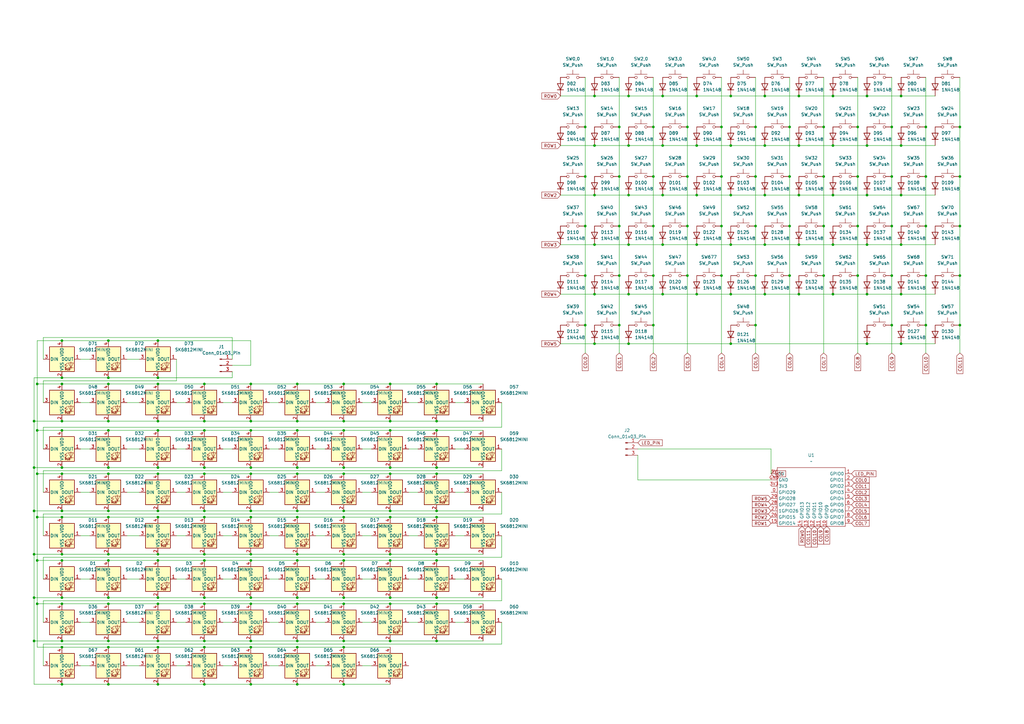
<source format=kicad_sch>
(kicad_sch (version 20250114) (generator "eeschema") (generator_version "9.0")
  (paper "A3")
  (lib_symbols
    (symbol "Connector:Conn_01x03_Pin" (pin_names (offset 1.016) (hide yes))
      (property "Reference" "J" (at 0 5.08 0))
      (property "Value" "Conn_01x03_Pin" (at 0 -5.08 0))
      (symbol "Conn_01x03_Pin_1_1"
        (pin passive line (at 5.08 2.54 180) (length 3.81) (name "Pin_1") (number "1"))
        (pin passive line (at 5.08 0 180) (length 3.81) (name "Pin_2") (number "2"))
        (pin passive line (at 5.08 -2.54 180) (length 3.81) (name "Pin_3") (number "3"))
      )
    )
    (symbol "Diode:1N4148" (pin_numbers (hide yes)) (pin_names (hide yes))
      (property "Reference" "D" (at 0 2.54 0))
      (property "Value" "1N4148" (at 0 -2.54 0))
      (symbol "1N4148_1_1"
        (pin passive line (at -3.81 0 0) (length 2.54) (name "K") (number "1"))
        (pin passive line (at 3.81 0 180) (length 2.54) (name "A") (number "2"))
      )
    )
    (symbol "LED:SK6812MINI" (pin_names (offset 0.254))
      (property "Reference" "D" (at 5.08 5.715 0))
      (property "Value" "SK6812MINI" (at 1.27 -5.715 0))
      (symbol "SK6812MINI_0_0"
        (text "RGB" (at 2.286 -4.191 0) (effects (font (size 0.762 0.762))))
      )
      (symbol "SK6812MINI_1_1"
        (pin input line (at -7.62 0 0) (length 2.54) (name "DIN") (number "3"))
        (pin power_in line (at 0 7.62 270) (length 2.54) (name "VDD") (number "4"))
        (pin power_in line (at 0 -7.62 90) (length 2.54) (name "VSS") (number "2"))
        (pin output line (at 7.62 0 180) (length 2.54) (name "DOUT") (number "1"))
      )
    )
    (symbol "Switch:SW_Push" (pin_numbers (hide yes)) (pin_names (offset 1.016) (hide yes))
      (property "Reference" "SW" (at 1.27 2.54 0))
      (property "Value" "SW_Push" (at 0 -1.524 0))
      (symbol "SW_Push_0_1"
        (pin passive line (at -5.08 0 0) (length 2.54) (name "1") (number "1"))
        (pin passive line (at 5.08 0 180) (length 2.54) (name "2") (number "2"))
      )
    )
    (symbol "tiny:RP2040-Tiny"
      (property "Reference" "U1" (at 13.97 5.08 0))
      (property "Value" "~" (at 13.97 2.54 0))
      (symbol "RP2040-Tiny_1_1"
        (pin power_out line (at -2.54 -2.54 0) (length 2.54) (name "5V") (number "5V"))
        (pin bidirectional line (at -2.54 -5.08 0) (length 2.54) (name "GND") (number "GND"))
        (pin bidirectional line (at -2.54 -7.62 0) (length 2.54) (name "3V3") (number "3V3"))
        (pin bidirectional line (at -2.54 -10.16 0) (length 2.54) (name "GPIO29") (number "0"))
        (pin bidirectional line (at -2.54 -12.7 0) (length 2.54) (name "GPIO28") (number "29"))
        (pin bidirectional line (at -2.54 -15.24 0) (length 2.54) (name "GPIO27") (number "28"))
        (pin bidirectional line (at -2.54 -17.78 0) (length 2.54) (name "1GPIO26") (number "27"))
        (pin bidirectional line (at -2.54 -20.32 0) (length 2.54) (name "GPIO15") (number "26"))
        (pin bidirectional line (at -2.54 -22.86 0) (length 2.54) (name "GPIO14") (number "15"))
        (pin bidirectional line (at 10.16 -24.13 90) (length 2.54) (name "GPIO13") (number "14"))
        (pin bidirectional line (at 12.7 -24.13 90) (length 2.54) (name "GPIO12") (number "13"))
        (pin bidirectional line (at 15.24 -24.13 90) (length 2.54) (name "GPIO11") (number "12"))
        (pin bidirectional line (at 17.78 -24.13 90) (length 2.54) (name "GPIO10") (number "11"))
        (pin bidirectional line (at 20.32 -24.13 90) (length 2.54) (name "GPIO9") (number "10"))
        (pin bidirectional line (at 30.48 -2.54 180) (length 2.54) (name "GPIO0") (number "1"))
        (pin bidirectional line (at 30.48 -5.08 180) (length 2.54) (name "GPIO1") (number "2"))
        (pin bidirectional line (at 30.48 -7.62 180) (length 2.54) (name "GPIO2") (number "3"))
        (pin bidirectional line (at 30.48 -10.16 180) (length 2.54) (name "GPIO3") (number "4"))
        (pin bidirectional line (at 30.48 -12.7 180) (length 2.54) (name "GPIO4") (number "5"))
        (pin bidirectional line (at 30.48 -15.24 180) (length 2.54) (name "GPIO5") (number "6"))
        (pin bidirectional line (at 30.48 -17.78 180) (length 2.54) (name "GPIO6") (number "7"))
        (pin bidirectional line (at 30.48 -20.32 180) (length 2.54) (name "GPIO7") (number "8"))
        (pin bidirectional line (at 30.48 -22.86 180) (length 2.54) (name "GPIO8") (number "9"))
      )
    )
  )
  (junction (at 355.6 59.69))
  (junction (at 379.73 72.39))
  (junction (at 160.02 229.87))
  (junction (at 369.57 100.33))
  (junction (at 83.82 176.53))
  (junction (at 327.66 120.65))
  (junction (at 25.4 227.33))
  (junction (at 179.07 176.53))
  (junction (at 313.69 80.01))
  (junction (at 179.07 229.87))
  (junction (at 271.78 59.69))
  (junction (at 341.63 80.01))
  (junction (at 83.82 172.72))
  (junction (at 121.92 245.11))
  (junction (at 140.97 209.55))
  (junction (at 140.97 247.65))
  (junction (at 140.97 176.53))
  (junction (at 102.87 176.53))
  (junction (at 160.02 157.48))
  (junction (at 254 72.39))
  (junction (at 323.85 52.07))
  (junction (at 179.07 209.55))
  (junction (at 15.24 212.09))
  (junction (at 369.57 59.69))
  (junction (at 285.75 120.65))
  (junction (at 393.7 52.07))
  (junction (at 140.97 265.43))
  (junction (at 102.87 262.89))
  (junction (at 271.78 120.65))
  (junction (at 121.92 280.67))
  (junction (at 25.4 154.94))
  (junction (at 121.92 262.89))
  (junction (at 44.45 212.09))
  (junction (at 140.97 212.09))
  (junction (at 44.45 229.87))
  (junction (at 365.76 92.71))
  (junction (at 140.97 280.67))
  (junction (at 243.84 39.37))
  (junction (at 83.82 265.43))
  (junction (at 355.6 39.37))
  (junction (at 102.87 157.48))
  (junction (at 369.57 140.97))
  (junction (at 323.85 72.39))
  (junction (at 64.77 229.87))
  (junction (at 327.66 39.37))
  (junction (at 285.75 80.01))
  (junction (at 240.03 113.03))
  (junction (at 254 113.03))
  (junction (at 64.77 227.33))
  (junction (at 140.97 229.87))
  (junction (at 327.66 59.69))
  (junction (at 160.02 191.77))
  (junction (at 309.88 52.07))
  (junction (at 64.77 262.89))
  (junction (at 140.97 191.77))
  (junction (at 337.82 113.03))
  (junction (at 64.77 139.7))
  (junction (at 25.4 172.72))
  (junction (at 243.84 120.65))
  (junction (at 64.77 194.31))
  (junction (at 240.03 72.39))
  (junction (at 121.92 191.77))
  (junction (at 379.73 133.35))
  (junction (at 254 92.71))
  (junction (at 83.82 212.09))
  (junction (at 64.77 172.72))
  (junction (at 257.81 100.33))
  (junction (at 369.57 120.65))
  (junction (at 25.4 265.43))
  (junction (at 365.76 113.03))
  (junction (at 271.78 100.33))
  (junction (at 64.77 245.11))
  (junction (at 44.45 245.11))
  (junction (at 160.02 245.11))
  (junction (at 15.24 247.65))
  (junction (at 102.87 247.65))
  (junction (at 160.02 247.65))
  (junction (at 179.07 194.31))
  (junction (at 64.77 212.09))
  (junction (at 15.24 176.53))
  (junction (at 160.02 172.72))
  (junction (at 351.79 72.39))
  (junction (at 351.79 52.07))
  (junction (at 102.87 245.11))
  (junction (at 121.92 172.72))
  (junction (at 281.94 72.39))
  (junction (at 337.82 92.71))
  (junction (at 13.97 262.89))
  (junction (at 44.45 280.67))
  (junction (at 393.7 92.71))
  (junction (at 83.82 247.65))
  (junction (at 160.02 194.31))
  (junction (at 83.82 280.67))
  (junction (at 102.87 212.09))
  (junction (at 309.88 133.35))
  (junction (at 299.72 59.69))
  (junction (at 13.97 245.11))
  (junction (at 313.69 39.37))
  (junction (at 254 52.07))
  (junction (at 102.87 194.31))
  (junction (at 121.92 157.48))
  (junction (at 44.45 176.53))
  (junction (at 160.02 212.09))
  (junction (at 309.88 72.39))
  (junction (at 25.4 209.55))
  (junction (at 140.97 245.11))
  (junction (at 64.77 280.67))
  (junction (at 355.6 140.97))
  (junction (at 83.82 262.89))
  (junction (at 83.82 191.77))
  (junction (at 140.97 227.33))
  (junction (at 299.72 120.65))
  (junction (at 121.92 194.31))
  (junction (at 295.91 52.07))
  (junction (at 25.4 191.77))
  (junction (at 102.87 265.43))
  (junction (at 257.81 120.65))
  (junction (at 160.02 176.53))
  (junction (at 365.76 52.07))
  (junction (at 313.69 100.33))
  (junction (at 267.97 52.07))
  (junction (at 83.82 229.87))
  (junction (at 160.02 262.89))
  (junction (at 243.84 100.33))
  (junction (at 25.4 229.87))
  (junction (at 44.45 247.65))
  (junction (at 323.85 113.03))
  (junction (at 44.45 139.7))
  (junction (at 13.97 209.55))
  (junction (at 355.6 80.01))
  (junction (at 240.03 133.35))
  (junction (at 365.76 72.39))
  (junction (at 341.63 120.65))
  (junction (at 140.97 172.72))
  (junction (at 15.24 229.87))
  (junction (at 44.45 227.33))
  (junction (at 44.45 194.31))
  (junction (at 140.97 262.89))
  (junction (at 379.73 113.03))
  (junction (at 140.97 194.31))
  (junction (at 64.77 191.77))
  (junction (at 25.4 139.7))
  (junction (at 323.85 92.71))
  (junction (at 295.91 92.71))
  (junction (at 351.79 92.71))
  (junction (at 327.66 80.01))
  (junction (at 102.87 280.67))
  (junction (at 327.66 100.33))
  (junction (at 160.02 209.55))
  (junction (at 64.77 265.43))
  (junction (at 313.69 120.65))
  (junction (at 379.73 92.71))
  (junction (at 243.84 59.69))
  (junction (at 15.24 157.48))
  (junction (at 337.82 72.39))
  (junction (at 25.4 176.53))
  (junction (at 179.07 262.89))
  (junction (at 257.81 39.37))
  (junction (at 25.4 247.65))
  (junction (at 267.97 72.39))
  (junction (at 254 133.35))
  (junction (at 369.57 80.01))
  (junction (at 121.92 176.53))
  (junction (at 267.97 133.35))
  (junction (at 267.97 113.03))
  (junction (at 351.79 113.03))
  (junction (at 83.82 209.55))
  (junction (at 243.84 140.97))
  (junction (at 121.92 227.33))
  (junction (at 179.07 245.11))
  (junction (at 240.03 52.07))
  (junction (at 257.81 59.69))
  (junction (at 257.81 140.97))
  (junction (at 257.81 80.01))
  (junction (at 295.91 72.39))
  (junction (at 25.4 157.48))
  (junction (at 83.82 245.11))
  (junction (at 341.63 100.33))
  (junction (at 179.07 247.65))
  (junction (at 281.94 92.71))
  (junction (at 121.92 229.87))
  (junction (at 379.73 52.07))
  (junction (at 179.07 157.48))
  (junction (at 25.4 262.89))
  (junction (at 271.78 80.01))
  (junction (at 160.02 227.33))
  (junction (at 44.45 172.72))
  (junction (at 267.97 92.71))
  (junction (at 44.45 191.77))
  (junction (at 285.75 39.37))
  (junction (at 44.45 265.43))
  (junction (at 179.07 227.33))
  (junction (at 243.84 80.01))
  (junction (at 140.97 157.48))
  (junction (at 179.07 172.72))
  (junction (at 121.92 247.65))
  (junction (at 64.77 154.94))
  (junction (at 13.97 191.77))
  (junction (at 313.69 59.69))
  (junction (at 64.77 157.48))
  (junction (at 365.76 133.35))
  (junction (at 83.82 227.33))
  (junction (at 355.6 120.65))
  (junction (at 44.45 262.89))
  (junction (at 393.7 133.35))
  (junction (at 121.92 212.09))
  (junction (at 337.82 52.07))
  (junction (at 341.63 39.37))
  (junction (at 271.78 39.37))
  (junction (at 44.45 157.48))
  (junction (at 299.72 100.33))
  (junction (at 102.87 209.55))
  (junction (at 179.07 191.77))
  (junction (at 309.88 92.71))
  (junction (at 83.82 194.31))
  (junction (at 179.07 212.09))
  (junction (at 121.92 209.55))
  (junction (at 393.7 72.39))
  (junction (at 369.57 39.37))
  (junction (at 295.91 113.03))
  (junction (at 25.4 280.67))
  (junction (at 15.24 194.31))
  (junction (at 299.72 80.01))
  (junction (at 44.45 209.55))
  (junction (at 102.87 227.33))
  (junction (at 121.92 265.43))
  (junction (at 102.87 191.77))
  (junction (at 393.7 113.03))
  (junction (at 25.4 212.09))
  (junction (at 281.94 113.03))
  (junction (at 83.82 157.48))
  (junction (at 309.88 113.03))
  (junction (at 341.63 59.69))
  (junction (at 13.97 172.72))
  (junction (at 64.77 176.53))
  (junction (at 44.45 154.94))
  (junction (at 299.72 140.97))
  (junction (at 281.94 52.07))
  (junction (at 13.97 227.33))
  (junction (at 355.6 100.33))
  (junction (at 25.4 194.31))
  (junction (at 299.72 39.37))
  (junction (at 64.77 247.65))
  (junction (at 102.87 172.72))
  (junction (at 64.77 209.55))
  (junction (at 285.75 59.69))
  (junction (at 102.87 229.87))
  (junction (at 25.4 245.11))
  (junction (at 240.03 92.71))
  (junction (at 285.75 100.33))
  (wire (pts (xy 309.88 72.39) (xy 309.88 92.71)))
  (wire (pts (xy 64.77 154.94) (xy 95.25 154.94)))
  (wire (pts (xy 186.69 165.1) (xy 190.5 165.1)))
  (wire (pts (xy 337.82 113.03) (xy 337.82 144.78)))
  (wire (pts (xy 102.87 247.65) (xy 121.92 247.65)))
  (wire (pts (xy 64.77 280.67) (xy 83.82 280.67)))
  (wire (pts (xy 25.4 280.67) (xy 13.97 280.67)))
  (wire (pts (xy 17.78 138.43) (xy 95.25 138.43)))
  (wire (pts (xy 393.7 92.71) (xy 393.7 113.03)))
  (wire (pts (xy 25.4 229.87) (xy 44.45 229.87)))
  (wire (pts (xy 83.82 227.33) (xy 102.87 227.33)))
  (wire (pts (xy 13.97 245.11) (xy 25.4 245.11)))
  (wire (pts (xy 323.85 31.75) (xy 323.85 52.07)))
  (wire (pts (xy 267.97 113.03) (xy 267.97 133.35)))
  (wire (pts (xy 179.07 262.89) (xy 198.12 262.89)))
  (wire (pts (xy 83.82 247.65) (xy 102.87 247.65)))
  (wire (pts (xy 15.24 139.7) (xy 25.4 139.7)))
  (wire (pts (xy 44.45 176.53) (xy 64.77 176.53)))
  (wire (pts (xy 179.07 212.09) (xy 198.12 212.09)))
  (wire (pts (xy 337.82 92.71) (xy 337.82 113.03)))
  (wire (pts (xy 140.97 247.65) (xy 160.02 247.65)))
  (wire (pts (xy 309.88 31.75) (xy 309.88 52.07)))
  (wire (pts (xy 102.87 227.33) (xy 121.92 227.33)))
  (wire (pts (xy 285.75 39.37) (xy 299.72 39.37)))
  (wire (pts (xy 148.59 255.27) (xy 152.4 255.27)))
  (wire (pts (xy 243.84 100.33) (xy 257.81 100.33)))
  (wire (pts (xy 44.45 262.89) (xy 64.77 262.89)))
  (wire (pts (xy 17.78 237.49) (xy 17.78 228.6)))
  (wire (pts (xy 337.82 52.07) (xy 337.82 72.39)))
  (wire (pts (xy 186.69 201.93) (xy 190.5 201.93)))
  (wire (pts (xy 179.07 227.33) (xy 198.12 227.33)))
  (wire (pts (xy 369.57 100.33) (xy 383.54 100.33)))
  (wire (pts (xy 102.87 209.55) (xy 121.92 209.55)))
  (wire (pts (xy 83.82 280.67) (xy 102.87 280.67)))
  (wire (pts (xy 167.64 219.71) (xy 171.45 219.71)))
  (wire (pts (xy 33.02 147.32) (xy 36.83 147.32)))
  (wire (pts (xy 15.24 194.31) (xy 25.4 194.31)))
  (wire (pts (xy 44.45 194.31) (xy 64.77 194.31)))
  (wire (pts (xy 110.49 255.27) (xy 114.3 255.27)))
  (wire (pts (xy 186.69 219.71) (xy 190.5 219.71)))
  (wire (pts (xy 365.76 72.39) (xy 365.76 92.71)))
  (wire (pts (xy 271.78 59.69) (xy 285.75 59.69)))
  (wire (pts (xy 240.03 113.03) (xy 240.03 133.35)))
  (wire (pts (xy 44.45 229.87) (xy 64.77 229.87)))
  (wire (pts (xy 15.24 229.87) (xy 15.24 247.65)))
  (wire (pts (xy 44.45 247.65) (xy 64.77 247.65)))
  (wire (pts (xy 379.73 72.39) (xy 379.73 92.71)))
  (wire (pts (xy 257.81 140.97) (xy 299.72 140.97)))
  (wire (pts (xy 91.44 201.93) (xy 95.25 201.93)))
  (wire (pts (xy 316.23 184.15) (xy 316.23 194.31)))
  (wire (pts (xy 327.66 59.69) (xy 341.63 59.69)))
  (wire (pts (xy 52.07 165.1) (xy 57.15 165.1)))
  (wire (pts (xy 25.4 209.55) (xy 44.45 209.55)))
  (wire (pts (xy 295.91 31.75) (xy 295.91 52.07)))
  (wire (pts (xy 13.97 262.89) (xy 25.4 262.89)))
  (wire (pts (xy 179.07 247.65) (xy 198.12 247.65)))
  (wire (pts (xy 160.02 227.33) (xy 179.07 227.33)))
  (wire (pts (xy 309.88 133.35) (xy 309.88 144.78)))
  (wire (pts (xy 72.39 147.32) (xy 72.39 156.21)))
  (wire (pts (xy 295.91 72.39) (xy 295.91 92.71)))
  (wire (pts (xy 281.94 72.39) (xy 281.94 92.71)))
  (wire (pts (xy 393.7 133.35) (xy 393.7 144.78)))
  (wire (pts (xy 83.82 157.48) (xy 102.87 157.48)))
  (wire (pts (xy 25.4 139.7) (xy 44.45 139.7)))
  (wire (pts (xy 355.6 39.37) (xy 369.57 39.37)))
  (wire (pts (xy 72.39 255.27) (xy 76.2 255.27)))
  (wire (pts (xy 64.77 247.65) (xy 83.82 247.65)))
  (wire (pts (xy 25.4 172.72) (xy 44.45 172.72)))
  (wire (pts (xy 15.24 247.65) (xy 15.24 265.43)))
  (wire (pts (xy 240.03 31.75) (xy 240.03 52.07)))
  (wire (pts (xy 365.76 31.75) (xy 365.76 52.07)))
  (wire (pts (xy 240.03 72.39) (xy 240.03 92.71)))
  (wire (pts (xy 257.81 100.33) (xy 271.78 100.33)))
  (wire (pts (xy 271.78 120.65) (xy 285.75 120.65)))
  (wire (pts (xy 299.72 59.69) (xy 313.69 59.69)))
  (wire (pts (xy 102.87 149.86) (xy 95.25 149.86)))
  (wire (pts (xy 240.03 52.07) (xy 240.03 72.39)))
  (wire (pts (xy 313.69 100.33) (xy 327.66 100.33)))
  (wire (pts (xy 121.92 209.55) (xy 140.97 209.55)))
  (wire (pts (xy 160.02 245.11) (xy 179.07 245.11)))
  (wire (pts (xy 179.07 245.11) (xy 198.12 245.11)))
  (wire (pts (xy 281.94 52.07) (xy 281.94 72.39)))
  (wire (pts (xy 341.63 39.37) (xy 355.6 39.37)))
  (wire (pts (xy 17.78 193.04) (xy 17.78 201.93)))
  (wire (pts (xy 257.81 120.65) (xy 271.78 120.65)))
  (wire (pts (xy 148.59 219.71) (xy 152.4 219.71)))
  (wire (pts (xy 25.4 154.94) (xy 44.45 154.94)))
  (wire (pts (xy 240.03 133.35) (xy 240.03 144.78)))
  (wire (pts (xy 64.77 227.33) (xy 83.82 227.33)))
  (wire (pts (xy 369.57 39.37) (xy 383.54 39.37)))
  (wire (pts (xy 254 133.35) (xy 254 144.78)))
  (wire (pts (xy 254 92.71) (xy 254 113.03)))
  (wire (pts (xy 254 72.39) (xy 254 92.71)))
  (wire (pts (xy 337.82 72.39) (xy 337.82 92.71)))
  (wire (pts (xy 110.49 184.15) (xy 114.3 184.15)))
  (wire (pts (xy 129.54 219.71) (xy 133.35 219.71)))
  (wire (pts (xy 25.4 227.33) (xy 44.45 227.33)))
  (wire (pts (xy 44.45 265.43) (xy 64.77 265.43)))
  (wire (pts (xy 299.72 100.33) (xy 313.69 100.33)))
  (wire (pts (xy 160.02 212.09) (xy 179.07 212.09)))
  (wire (pts (xy 17.78 246.38) (xy 17.78 255.27)))
  (wire (pts (xy 33.02 184.15) (xy 36.83 184.15)))
  (wire (pts (xy 351.79 92.71) (xy 351.79 113.03)))
  (wire (pts (xy 44.45 191.77) (xy 64.77 191.77)))
  (wire (pts (xy 121.92 265.43) (xy 140.97 265.43)))
  (wire (pts (xy 393.7 31.75) (xy 393.7 52.07)))
  (wire (pts (xy 179.07 172.72) (xy 198.12 172.72)))
  (wire (pts (xy 379.73 52.07) (xy 379.73 72.39)))
  (wire (pts (xy 110.49 219.71) (xy 114.3 219.71)))
  (wire (pts (xy 365.76 92.71) (xy 365.76 113.03)))
  (wire (pts (xy 309.88 92.71) (xy 309.88 113.03)))
  (wire (pts (xy 25.4 176.53) (xy 44.45 176.53)))
  (wire (pts (xy 83.82 191.77) (xy 102.87 191.77)))
  (wire (pts (xy 281.94 31.75) (xy 281.94 52.07)))
  (wire (pts (xy 33.02 201.93) (xy 36.83 201.93)))
  (wire (pts (xy 72.39 273.05) (xy 76.2 273.05)))
  (wire (pts (xy 121.92 212.09) (xy 140.97 212.09)))
  (wire (pts (xy 341.63 120.65) (xy 355.6 120.65)))
  (wire (pts (xy 102.87 265.43) (xy 121.92 265.43)))
  (wire (pts (xy 15.24 194.31) (xy 15.24 176.53)))
  (wire (pts (xy 186.69 237.49) (xy 190.5 237.49)))
  (wire (pts (xy 25.4 265.43) (xy 44.45 265.43)))
  (wire (pts (xy 243.84 80.01) (xy 257.81 80.01)))
  (wire (pts (xy 25.4 212.09) (xy 44.45 212.09)))
  (wire (pts (xy 267.97 133.35) (xy 267.97 144.78)))
  (wire (pts (xy 25.4 157.48) (xy 44.45 157.48)))
  (wire (pts (xy 341.63 80.01) (xy 355.6 80.01)))
  (wire (pts (xy 160.02 209.55) (xy 179.07 209.55)))
  (wire (pts (xy 25.4 247.65) (xy 44.45 247.65)))
  (wire (pts (xy 64.77 209.55) (xy 83.82 209.55)))
  (wire (pts (xy 121.92 245.11) (xy 140.97 245.11)))
  (wire (pts (xy 167.64 165.1) (xy 171.45 165.1)))
  (wire (pts (xy 110.49 201.93) (xy 114.3 201.93)))
  (wire (pts (xy 351.79 72.39) (xy 351.79 92.71)))
  (wire (pts (xy 179.07 229.87) (xy 198.12 229.87)))
  (wire (pts (xy 323.85 72.39) (xy 323.85 92.71)))
  (wire (pts (xy 64.77 172.72) (xy 83.82 172.72)))
  (wire (pts (xy 15.24 139.7) (xy 15.24 157.48)))
  (wire (pts (xy 285.75 80.01) (xy 299.72 80.01)))
  (wire (pts (xy 160.02 262.89) (xy 179.07 262.89)))
  (wire (pts (xy 121.92 247.65) (xy 140.97 247.65)))
  (wire (pts (xy 13.97 209.55) (xy 13.97 191.77)))
  (wire (pts (xy 299.72 140.97) (xy 355.6 140.97)))
  (wire (pts (xy 167.64 184.15) (xy 171.45 184.15)))
  (wire (pts (xy 13.97 154.94) (xy 13.97 172.72)))
  (wire (pts (xy 167.64 255.27) (xy 171.45 255.27)))
  (wire (pts (xy 167.64 201.93) (xy 171.45 201.93)))
  (wire (pts (xy 140.97 229.87) (xy 160.02 229.87)))
  (wire (pts (xy 25.4 262.89) (xy 44.45 262.89)))
  (wire (pts (xy 229.87 100.33) (xy 243.84 100.33)))
  (wire (pts (xy 243.84 120.65) (xy 257.81 120.65)))
  (wire (pts (xy 205.74 237.49) (xy 205.74 246.38)))
  (wire (pts (xy 95.25 138.43) (xy 95.25 147.32)))
  (wire (pts (xy 83.82 209.55) (xy 102.87 209.55)))
  (wire (pts (xy 205.74 246.38) (xy 17.78 246.38)))
  (wire (pts (xy 393.7 72.39) (xy 393.7 92.71)))
  (wire (pts (xy 327.66 39.37) (xy 341.63 39.37)))
  (wire (pts (xy 205.74 219.71) (xy 205.74 228.6)))
  (wire (pts (xy 13.97 209.55) (xy 25.4 209.55)))
  (wire (pts (xy 25.4 280.67) (xy 44.45 280.67)))
  (wire (pts (xy 179.07 194.31) (xy 198.12 194.31)))
  (wire (pts (xy 148.59 201.93) (xy 152.4 201.93)))
  (wire (pts (xy 102.87 139.7) (xy 102.87 149.86)))
  (wire (pts (xy 121.92 191.77) (xy 140.97 191.77)))
  (wire (pts (xy 148.59 273.05) (xy 152.4 273.05)))
  (wire (pts (xy 52.07 184.15) (xy 57.15 184.15)))
  (wire (pts (xy 229.87 39.37) (xy 243.84 39.37)))
  (wire (pts (xy 323.85 113.03) (xy 323.85 144.78)))
  (wire (pts (xy 140.97 227.33) (xy 160.02 227.33)))
  (wire (pts (xy 15.24 157.48) (xy 15.24 176.53)))
  (wire (pts (xy 299.72 80.01) (xy 313.69 80.01)))
  (wire (pts (xy 44.45 227.33) (xy 64.77 227.33)))
  (wire (pts (xy 295.91 52.07) (xy 295.91 72.39)))
  (wire (pts (xy 365.76 52.07) (xy 365.76 72.39)))
  (wire (pts (xy 102.87 172.72) (xy 121.92 172.72)))
  (wire (pts (xy 102.87 280.67) (xy 121.92 280.67)))
  (wire (pts (xy 257.81 59.69) (xy 271.78 59.69)))
  (wire (pts (xy 316.23 196.85) (xy 261.62 196.85)))
  (wire (pts (xy 267.97 52.07) (xy 267.97 72.39)))
  (wire (pts (xy 186.69 255.27) (xy 190.5 255.27)))
  (wire (pts (xy 83.82 194.31) (xy 102.87 194.31)))
  (wire (pts (xy 13.97 191.77) (xy 25.4 191.77)))
  (wire (pts (xy 295.91 113.03) (xy 295.91 144.78)))
  (wire (pts (xy 313.69 80.01) (xy 327.66 80.01)))
  (wire (pts (xy 365.76 133.35) (xy 365.76 144.78)))
  (wire (pts (xy 160.02 157.48) (xy 179.07 157.48)))
  (wire (pts (xy 17.78 210.82) (xy 205.74 210.82)))
  (wire (pts (xy 313.69 59.69) (xy 327.66 59.69)))
  (wire (pts (xy 205.74 193.04) (xy 17.78 193.04)))
  (wire (pts (xy 148.59 184.15) (xy 152.4 184.15)))
  (wire (pts (xy 15.24 176.53) (xy 25.4 176.53)))
  (wire (pts (xy 313.69 39.37) (xy 327.66 39.37)))
  (wire (pts (xy 33.02 165.1) (xy 36.83 165.1)))
  (wire (pts (xy 52.07 219.71) (xy 57.15 219.71)))
  (wire (pts (xy 15.24 212.09) (xy 15.24 194.31)))
  (wire (pts (xy 355.6 140.97) (xy 369.57 140.97)))
  (wire (pts (xy 91.44 255.27) (xy 95.25 255.27)))
  (wire (pts (xy 393.7 113.03) (xy 393.7 133.35)))
  (wire (pts (xy 13.97 172.72) (xy 25.4 172.72)))
  (wire (pts (xy 140.97 280.67) (xy 160.02 280.67)))
  (wire (pts (xy 160.02 247.65) (xy 179.07 247.65)))
  (wire (pts (xy 44.45 212.09) (xy 64.77 212.09)))
  (wire (pts (xy 205.74 184.15) (xy 205.74 193.04)))
  (wire (pts (xy 140.97 262.89) (xy 160.02 262.89)))
  (wire (pts (xy 261.62 184.15) (xy 316.23 184.15)))
  (wire (pts (xy 351.79 52.07) (xy 351.79 72.39)))
  (wire (pts (xy 179.07 191.77) (xy 198.12 191.77)))
  (wire (pts (xy 186.69 184.15) (xy 190.5 184.15)))
  (wire (pts (xy 160.02 191.77) (xy 179.07 191.77)))
  (wire (pts (xy 309.88 113.03) (xy 309.88 133.35)))
  (wire (pts (xy 17.78 147.32) (xy 17.78 138.43)))
  (wire (pts (xy 129.54 184.15) (xy 133.35 184.15)))
  (wire (pts (xy 140.97 209.55) (xy 160.02 209.55)))
  (wire (pts (xy 17.78 165.1) (xy 17.78 156.21)))
  (wire (pts (xy 129.54 201.93) (xy 133.35 201.93)))
  (wire (pts (xy 72.39 165.1) (xy 76.2 165.1)))
  (wire (pts (xy 102.87 176.53) (xy 121.92 176.53)))
  (wire (pts (xy 327.66 120.65) (xy 341.63 120.65)))
  (wire (pts (xy 271.78 100.33) (xy 285.75 100.33)))
  (wire (pts (xy 129.54 255.27) (xy 133.35 255.27)))
  (wire (pts (xy 140.97 265.43) (xy 160.02 265.43)))
  (wire (pts (xy 110.49 165.1) (xy 114.3 165.1)))
  (wire (pts (xy 44.45 209.55) (xy 64.77 209.55)))
  (wire (pts (xy 160.02 176.53) (xy 179.07 176.53)))
  (wire (pts (xy 91.44 219.71) (xy 95.25 219.71)))
  (wire (pts (xy 179.07 176.53) (xy 198.12 176.53)))
  (wire (pts (xy 64.77 194.31) (xy 83.82 194.31)))
  (wire (pts (xy 110.49 273.05) (xy 114.3 273.05)))
  (wire (pts (xy 83.82 176.53) (xy 102.87 176.53)))
  (wire (pts (xy 140.97 212.09) (xy 160.02 212.09)))
  (wire (pts (xy 205.74 201.93) (xy 205.74 210.82)))
  (wire (pts (xy 17.78 175.26) (xy 205.74 175.26)))
  (wire (pts (xy 44.45 154.94) (xy 64.77 154.94)))
  (wire (pts (xy 25.4 191.77) (xy 44.45 191.77)))
  (wire (pts (xy 33.02 237.49) (xy 36.83 237.49)))
  (wire (pts (xy 25.4 194.31) (xy 44.45 194.31)))
  (wire (pts (xy 44.45 280.67) (xy 64.77 280.67)))
  (wire (pts (xy 243.84 140.97) (xy 257.81 140.97)))
  (wire (pts (xy 267.97 72.39) (xy 267.97 92.71)))
  (wire (pts (xy 13.97 245.11) (xy 13.97 227.33)))
  (wire (pts (xy 121.92 229.87) (xy 140.97 229.87)))
  (wire (pts (xy 323.85 92.71) (xy 323.85 113.03)))
  (wire (pts (xy 369.57 80.01) (xy 383.54 80.01)))
  (wire (pts (xy 15.24 212.09) (xy 25.4 212.09)))
  (wire (pts (xy 327.66 100.33) (xy 341.63 100.33)))
  (wire (pts (xy 229.87 80.01) (xy 243.84 80.01)))
  (wire (pts (xy 379.73 133.35) (xy 379.73 144.78)))
  (wire (pts (xy 261.62 196.85) (xy 261.62 186.69)))
  (wire (pts (xy 313.69 120.65) (xy 327.66 120.65)))
  (wire (pts (xy 148.59 237.49) (xy 152.4 237.49)))
  (wire (pts (xy 369.57 120.65) (xy 383.54 120.65)))
  (wire (pts (xy 64.77 191.77) (xy 83.82 191.77)))
  (wire (pts (xy 271.78 80.01) (xy 285.75 80.01)))
  (wire (pts (xy 102.87 245.11) (xy 121.92 245.11)))
  (wire (pts (xy 13.97 280.67) (xy 13.97 262.89)))
  (wire (pts (xy 64.77 212.09) (xy 83.82 212.09)))
  (wire (pts (xy 140.97 191.77) (xy 160.02 191.77)))
  (wire (pts (xy 64.77 157.48) (xy 83.82 157.48)))
  (wire (pts (xy 17.78 156.21) (xy 72.39 156.21)))
  (wire (pts (xy 379.73 113.03) (xy 379.73 133.35)))
  (wire (pts (xy 44.45 157.48) (xy 64.77 157.48)))
  (wire (pts (xy 369.57 140.97) (xy 383.54 140.97)))
  (wire (pts (xy 72.39 219.71) (xy 76.2 219.71)))
  (wire (pts (xy 17.78 219.71) (xy 17.78 210.82)))
  (wire (pts (xy 355.6 100.33) (xy 369.57 100.33)))
  (wire (pts (xy 129.54 237.49) (xy 133.35 237.49)))
  (wire (pts (xy 267.97 92.71) (xy 267.97 113.03)))
  (wire (pts (xy 140.97 245.11) (xy 160.02 245.11)))
  (wire (pts (xy 140.97 157.48) (xy 160.02 157.48)))
  (wire (pts (xy 72.39 237.49) (xy 76.2 237.49)))
  (wire (pts (xy 351.79 31.75) (xy 351.79 52.07)))
  (wire (pts (xy 33.02 255.27) (xy 36.83 255.27)))
  (wire (pts (xy 25.4 247.65) (xy 15.24 247.65)))
  (wire (pts (xy 25.4 245.11) (xy 44.45 245.11)))
  (wire (pts (xy 129.54 273.05) (xy 133.35 273.05)))
  (wire (pts (xy 355.6 80.01) (xy 369.57 80.01)))
  (wire (pts (xy 257.81 80.01) (xy 271.78 80.01)))
  (wire (pts (xy 17.78 264.16) (xy 205.74 264.16)))
  (wire (pts (xy 15.24 229.87) (xy 25.4 229.87)))
  (wire (pts (xy 393.7 52.07) (xy 393.7 72.39)))
  (wire (pts (xy 254 52.07) (xy 254 72.39)))
  (wire (pts (xy 13.97 262.89) (xy 13.97 245.11)))
  (wire (pts (xy 285.75 120.65) (xy 299.72 120.65)))
  (wire (pts (xy 299.72 39.37) (xy 313.69 39.37)))
  (wire (pts (xy 102.87 262.89) (xy 121.92 262.89)))
  (wire (pts (xy 33.02 219.71) (xy 36.83 219.71)))
  (wire (pts (xy 13.97 191.77) (xy 13.97 172.72)))
  (wire (pts (xy 64.77 139.7) (xy 102.87 139.7)))
  (wire (pts (xy 52.07 237.49) (xy 57.15 237.49)))
  (wire (pts (xy 13.97 227.33) (xy 13.97 209.55)))
  (wire (pts (xy 91.44 165.1) (xy 95.25 165.1)))
  (wire (pts (xy 281.94 92.71) (xy 281.94 113.03)))
  (wire (pts (xy 52.07 201.93) (xy 57.15 201.93)))
  (wire (pts (xy 33.02 273.05) (xy 36.83 273.05)))
  (wire (pts (xy 83.82 265.43) (xy 102.87 265.43)))
  (wire (pts (xy 44.45 139.7) (xy 64.77 139.7)))
  (wire (pts (xy 121.92 176.53) (xy 140.97 176.53)))
  (wire (pts (xy 102.87 191.77) (xy 121.92 191.77)))
  (wire (pts (xy 110.49 237.49) (xy 114.3 237.49)))
  (wire (pts (xy 365.76 113.03) (xy 365.76 133.35)))
  (wire (pts (xy 15.24 157.48) (xy 25.4 157.48)))
  (wire (pts (xy 140.97 176.53) (xy 160.02 176.53)))
  (wire (pts (xy 121.92 262.89) (xy 140.97 262.89)))
  (wire (pts (xy 102.87 229.87) (xy 121.92 229.87)))
  (wire (pts (xy 64.77 262.89) (xy 83.82 262.89)))
  (wire (pts (xy 64.77 245.11) (xy 83.82 245.11)))
  (wire (pts (xy 160.02 194.31) (xy 179.07 194.31)))
  (wire (pts (xy 285.75 59.69) (xy 299.72 59.69)))
  (wire (pts (xy 72.39 184.15) (xy 76.2 184.15)))
  (wire (pts (xy 17.78 273.05) (xy 17.78 264.16)))
  (wire (pts (xy 44.45 245.11) (xy 64.77 245.11)))
  (wire (pts (xy 121.92 280.67) (xy 140.97 280.67)))
  (wire (pts (xy 91.44 184.15) (xy 95.25 184.15)))
  (wire (pts (xy 83.82 229.87) (xy 102.87 229.87)))
  (wire (pts (xy 379.73 92.71) (xy 379.73 113.03)))
  (wire (pts (xy 243.84 59.69) (xy 257.81 59.69)))
  (wire (pts (xy 91.44 237.49) (xy 95.25 237.49)))
  (wire (pts (xy 309.88 52.07) (xy 309.88 72.39)))
  (wire (pts (xy 17.78 228.6) (xy 205.74 228.6)))
  (wire (pts (xy 351.79 113.03) (xy 351.79 144.78)))
  (wire (pts (xy 205.74 165.1) (xy 205.74 175.26)))
  (wire (pts (xy 160.02 229.87) (xy 179.07 229.87)))
  (wire (pts (xy 64.77 265.43) (xy 83.82 265.43)))
  (wire (pts (xy 129.54 165.1) (xy 133.35 165.1)))
  (wire (pts (xy 257.81 39.37) (xy 271.78 39.37)))
  (wire (pts (xy 13.97 227.33) (xy 25.4 227.33)))
  (wire (pts (xy 44.45 172.72) (xy 64.77 172.72)))
  (wire (pts (xy 243.84 39.37) (xy 257.81 39.37)))
  (wire (pts (xy 205.74 255.27) (xy 205.74 264.16)))
  (wire (pts (xy 285.75 100.33) (xy 299.72 100.33)))
  (wire (pts (xy 337.82 31.75) (xy 337.82 52.07)))
  (wire (pts (xy 323.85 52.07) (xy 323.85 72.39)))
  (wire (pts (xy 15.24 212.09) (xy 15.24 229.87)))
  (wire (pts (xy 52.07 273.05) (xy 57.15 273.05)))
  (wire (pts (xy 140.97 172.72) (xy 160.02 172.72)))
  (wire (pts (xy 121.92 227.33) (xy 140.97 227.33)))
  (wire (pts (xy 167.64 237.49) (xy 171.45 237.49)))
  (wire (pts (xy 229.87 59.69) (xy 243.84 59.69)))
  (wire (pts (xy 240.03 92.71) (xy 240.03 113.03)))
  (wire (pts (xy 148.59 165.1) (xy 152.4 165.1)))
  (wire (pts (xy 229.87 120.65) (xy 243.84 120.65)))
  (wire (pts (xy 254 31.75) (xy 254 52.07)))
  (wire (pts (xy 281.94 113.03) (xy 281.94 144.78)))
  (wire (pts (xy 25.4 265.43) (xy 15.24 265.43)))
  (wire (pts (xy 355.6 59.69) (xy 369.57 59.69)))
  (wire (pts (xy 355.6 120.65) (xy 369.57 120.65)))
  (wire (pts (xy 83.82 262.89) (xy 102.87 262.89)))
  (wire (pts (xy 91.44 273.05) (xy 95.25 273.05)))
  (wire (pts (xy 102.87 212.09) (xy 121.92 212.09)))
  (wire (pts (xy 17.78 184.15) (xy 17.78 175.26)))
  (wire (pts (xy 52.07 255.27) (xy 57.15 255.27)))
  (wire (pts (xy 64.77 229.87) (xy 83.82 229.87)))
  (wire (pts (xy 229.87 140.97) (xy 243.84 140.97)))
  (wire (pts (xy 102.87 157.48) (xy 121.92 157.48)))
  (wire (pts (xy 379.73 31.75) (xy 379.73 52.07)))
  (wire (pts (xy 271.78 39.37) (xy 285.75 39.37)))
  (wire (pts (xy 341.63 100.33) (xy 355.6 100.33)))
  (wire (pts (xy 341.63 59.69) (xy 355.6 59.69)))
  (wire (pts (xy 179.07 157.48) (xy 198.12 157.48)))
  (wire (pts (xy 64.77 176.53) (xy 83.82 176.53)))
  (wire (pts (xy 102.87 194.31) (xy 121.92 194.31)))
  (wire (pts (xy 25.4 154.94) (xy 13.97 154.94)))
  (wire (pts (xy 121.92 172.72) (xy 140.97 172.72)))
  (wire (pts (xy 83.82 172.72) (xy 102.87 172.72)))
  (wire (pts (xy 121.92 157.48) (xy 140.97 157.48)))
  (wire (pts (xy 160.02 172.72) (xy 179.07 172.72)))
  (wire (pts (xy 95.25 152.4) (xy 95.25 154.94)))
  (wire (pts (xy 327.66 80.01) (xy 341.63 80.01)))
  (wire (pts (xy 295.91 92.71) (xy 295.91 113.03)))
  (wire (pts (xy 83.82 245.11) (xy 102.87 245.11)))
  (wire (pts (xy 267.97 31.75) (xy 267.97 52.07)))
  (wire (pts (xy 72.39 201.93) (xy 76.2 201.93)))
  (wire (pts (xy 179.07 209.55) (xy 198.12 209.55)))
  (wire (pts (xy 299.72 120.65) (xy 313.69 120.65)))
  (wire (pts (xy 369.57 59.69) (xy 383.54 59.69)))
  (wire (pts (xy 52.07 147.32) (xy 57.15 147.32)))
  (wire (pts (xy 121.92 194.31) (xy 140.97 194.31)))
  (wire (pts (xy 140.97 194.31) (xy 160.02 194.31)))
  (wire (pts (xy 83.82 212.09) (xy 102.87 212.09)))
  (wire (pts (xy 254 113.03) (xy 254 133.35)))
  (global_label "COL2" (shape input) (at 349.25 201.93 0) (property "Intersheetrefs" "${INTERSHEET_REFS}" (effects (hide yes))))
  (global_label "LED_PIN" (shape input) (at 349.25 194.31 0) (property "Intersheetrefs" "${INTERSHEET_REFS}" (effects (hide yes))))
  (global_label "ROW3" (shape input) (at 316.23 209.55 180) (property "Intersheetrefs" "${INTERSHEET_REFS}" (effects (hide yes))))
  (global_label "COL9" (shape input) (at 336.55 215.9 270) (property "Intersheetrefs" "${INTERSHEET_REFS}" (effects (hide yes))))
  (global_label "ROW5" (shape input) (at 316.23 204.47 180) (property "Intersheetrefs" "${INTERSHEET_REFS}" (effects (hide yes))))
  (global_label "ROW1" (shape input) (at 316.23 214.63 180) (property "Intersheetrefs" "${INTERSHEET_REFS}" (effects (hide yes))))
  (global_label "COL2" (shape input) (at 267.97 144.78 270) (property "Intersheetrefs" "${INTERSHEET_REFS}" (effects (hide yes))))
  (global_label "ROW3" (shape input) (at 229.87 100.33 180) (property "Intersheetrefs" "${INTERSHEET_REFS}" (effects (hide yes))))
  (global_label "COL6" (shape input) (at 349.25 212.09 0) (property "Intersheetrefs" "${INTERSHEET_REFS}" (effects (hide yes))))
  (global_label "COL9" (shape input) (at 365.76 144.78 270) (property "Intersheetrefs" "${INTERSHEET_REFS}" (effects (hide yes))))
  (global_label "COL8" (shape input) (at 351.79 144.78 270) (property "Intersheetrefs" "${INTERSHEET_REFS}" (effects (hide yes))))
  (global_label "COL3" (shape input) (at 281.94 144.78 270) (property "Intersheetrefs" "${INTERSHEET_REFS}" (effects (hide yes))))
  (global_label "COL7" (shape input) (at 337.82 144.78 270) (property "Intersheetrefs" "${INTERSHEET_REFS}" (effects (hide yes))))
  (global_label "COL11" (shape input) (at 331.47 215.9 270) (property "Intersheetrefs" "${INTERSHEET_REFS}" (effects (hide yes))))
  (global_label "COL6" (shape input) (at 323.85 144.78 270) (property "Intersheetrefs" "${INTERSHEET_REFS}" (effects (hide yes))))
  (global_label "COL1" (shape input) (at 254 144.78 270) (property "Intersheetrefs" "${INTERSHEET_REFS}" (effects (hide yes))))
  (global_label "ROW0" (shape input) (at 229.87 39.37 180) (property "Intersheetrefs" "${INTERSHEET_REFS}" (effects (hide yes))))
  (global_label "COL1" (shape input) (at 349.25 199.39 0) (property "Intersheetrefs" "${INTERSHEET_REFS}" (effects (hide yes))))
  (global_label "COL10" (shape input) (at 379.73 144.78 270) (property "Intersheetrefs" "${INTERSHEET_REFS}" (effects (hide yes))))
  (global_label "COL5" (shape input) (at 309.88 144.78 270) (property "Intersheetrefs" "${INTERSHEET_REFS}" (effects (hide yes))))
  (global_label "COL0" (shape input) (at 240.03 144.78 270) (property "Intersheetrefs" "${INTERSHEET_REFS}" (effects (hide yes))))
  (global_label "ROW2" (shape input) (at 229.87 80.01 180) (property "Intersheetrefs" "${INTERSHEET_REFS}" (effects (hide yes))))
  (global_label "ROW0" (shape input) (at 328.93 215.9 270) (property "Intersheetrefs" "${INTERSHEET_REFS}" (effects (hide yes))))
  (global_label "ROW1" (shape input) (at 229.87 59.69 180) (property "Intersheetrefs" "${INTERSHEET_REFS}" (effects (hide yes))))
  (global_label "ROW2" (shape input) (at 316.23 212.09 180) (property "Intersheetrefs" "${INTERSHEET_REFS}" (effects (hide yes))))
  (global_label "COL10" (shape input) (at 334.01 215.9 270) (property "Intersheetrefs" "${INTERSHEET_REFS}" (effects (hide yes))))
  (global_label "COL7" (shape input) (at 349.25 214.63 0) (property "Intersheetrefs" "${INTERSHEET_REFS}" (effects (hide yes))))
  (global_label "COL8" (shape input) (at 339.09 215.9 270) (property "Intersheetrefs" "${INTERSHEET_REFS}" (effects (hide yes))))
  (global_label "ROW4" (shape input) (at 316.23 207.01 180) (property "Intersheetrefs" "${INTERSHEET_REFS}" (effects (hide yes))))
  (global_label "COL4" (shape input) (at 349.25 207.01 0) (property "Intersheetrefs" "${INTERSHEET_REFS}" (effects (hide yes))))
  (global_label "COL4" (shape input) (at 295.91 144.78 270) (property "Intersheetrefs" "${INTERSHEET_REFS}" (effects (hide yes))))
  (global_label "LED_PIN" (shape input) (at 261.62 181.61 0) (property "Intersheetrefs" "${INTERSHEET_REFS}" (effects (hide yes))))
  (global_label "VCC" (shape input) (at 316.23 194.31 0) (property "Intersheetrefs" "${INTERSHEET_REFS}" (effects (hide yes))))
  (global_label "COL0" (shape input) (at 349.25 196.85 0) (property "Intersheetrefs" "${INTERSHEET_REFS}" (effects (hide yes))))
  (global_label "COL5" (shape input) (at 349.25 209.55 0) (property "Intersheetrefs" "${INTERSHEET_REFS}" (effects (hide yes))))
  (global_label "ROW4" (shape input) (at 229.87 120.65 180) (property "Intersheetrefs" "${INTERSHEET_REFS}" (effects (hide yes))))
  (global_label "ROW5" (shape input) (at 229.87 140.97 180) (property "Intersheetrefs" "${INTERSHEET_REFS}" (effects (hide yes))))
  (global_label "COL3" (shape input) (at 349.25 204.47 0) (property "Intersheetrefs" "${INTERSHEET_REFS}" (effects (hide yes))))
  (global_label "COL11" (shape input) (at 393.7 144.78 270) (property "Intersheetrefs" "${INTERSHEET_REFS}" (effects (hide yes))))
  (symbol (lib_id "LED:SK6812MINI") (at 121.92 165.1 0) (unit 1)
    (property "Reference" "D53" (at 134.62 158.6798 0))
    (property "Value" "SK6812MINI" (at 134.62 161.2198 0))
    (property "Footprint" "LED_SMD:LED_SK6812MINI_PLCC4_3.5x3.5mm_P1.75mm" (effects (hide yes)))
    (property "Datasheet" "https://cdn-shop.adafruit.com/product-files/2686/SK6812MINI_REV.01-1-2.pdf" (effects (hide yes)))
    (property "Description" "RGB LED with integrated controller" (effects (hide yes)))
  )
  (symbol (lib_id "LED:SK6812MINI") (at 140.97 219.71 0) (unit 1)
    (property "Reference" "D17" (at 153.67 213.2898 0))
    (property "Value" "SK6812MINI" (at 153.67 215.8298 0))
    (property "Footprint" "LED_SMD:LED_SK6812MINI_PLCC4_3.5x3.5mm_P1.75mm" (effects (hide yes)))
    (property "Datasheet" "https://cdn-shop.adafruit.com/product-files/2686/SK6812MINI_REV.01-1-2.pdf" (effects (hide yes)))
    (property "Description" "RGB LED with integrated controller" (effects (hide yes)))
  )
  (symbol (lib_id "Diode:1N4148") (at 285.75 35.56 90) (unit 1)
    (property "Reference" "D74" (at 288.29 34.2899 90) (effects (justify right)))
    (property "Value" "1N4148" (at 288.29 36.8299 90) (effects (justify right)))
    (property "Footprint" "Diode_THT:D_DO-35_SOD27_P7.62mm_Horizontal" (effects (hide yes)))
    (property "Datasheet" "https://assets.nexperia.com/documents/data-sheet/1N4148_1N4448.pdf" (effects (hide yes)))
    (property "Description" "100V 0.15A standard switching diode, DO-35" (effects (hide yes)))
    (property "Sim.Device" "D" (effects (hide yes)))
    (property "Sim.Pins" "1=K 2=A" (effects (hide yes)))
  )
  (symbol (lib_id "Switch:SW_Push") (at 290.83 92.71 0) (unit 1)
    (property "Reference" "SW49" (at 290.83 85.09 0))
    (property "Value" "SW_Push" (at 290.83 87.63 0))
    (property "Footprint" "Button_Switch_Keyboard:SW_Cherry_MX_1.00u_PCB" (effects (hide yes)))
    (property "Description" "Push button switch, generic, two pins" (effects (hide yes)))
  )
  (symbol (lib_id "LED:SK6812MINI") (at 64.77 201.93 0) (unit 1)
    (property "Reference" "D23" (at 77.47 195.5098 0))
    (property "Value" "SK6812MINI" (at 77.47 198.0498 0))
    (property "Footprint" "LED_SMD:LED_SK6812MINI_PLCC4_3.5x3.5mm_P1.75mm" (effects (hide yes)))
    (property "Datasheet" "https://cdn-shop.adafruit.com/product-files/2686/SK6812MINI_REV.01-1-2.pdf" (effects (hide yes)))
    (property "Description" "RGB LED with integrated controller" (effects (hide yes)))
  )
  (symbol (lib_id "Switch:SW_Push") (at 388.62 92.71 0) (unit 1)
    (property "Reference" "SW70" (at 388.62 85.09 0))
    (property "Value" "SW_Push" (at 388.62 87.63 0))
    (property "Footprint" "Button_Switch_Keyboard:SW_Cherry_MX_1.75u_PCB" (effects (hide yes)))
    (property "Description" "Push button switch, generic, two pins" (effects (hide yes)))
  )
  (symbol (lib_id "LED:SK6812MINI") (at 83.82 184.15 0) (unit 1)
    (property "Reference" "D34" (at 96.52 177.7298 0))
    (property "Value" "SK6812MINI" (at 96.52 180.2698 0))
    (property "Footprint" "LED_SMD:LED_SK6812MINI_PLCC4_3.5x3.5mm_P1.75mm" (effects (hide yes)))
    (property "Datasheet" "https://cdn-shop.adafruit.com/product-files/2686/SK6812MINI_REV.01-1-2.pdf" (effects (hide yes)))
    (property "Description" "RGB LED with integrated controller" (effects (hide yes)))
  )
  (symbol (lib_id "LED:SK6812MINI") (at 25.4 165.1 0) (unit 1)
    (property "Reference" "D48" (at 38.1 158.6798 0))
    (property "Value" "SK6812MINI" (at 38.1 161.2198 0))
    (property "Footprint" "LED_SMD:LED_SK6812MINI_PLCC4_3.5x3.5mm_P1.75mm" (effects (hide yes)))
    (property "Datasheet" "https://cdn-shop.adafruit.com/product-files/2686/SK6812MINI_REV.01-1-2.pdf" (effects (hide yes)))
    (property "Description" "RGB LED with integrated controller" (effects (hide yes)))
  )
  (symbol (lib_id "LED:SK6812MINI") (at 64.77 147.32 0) (unit 1)
    (property "Reference" "D73" (at 77.47 140.8998 0))
    (property "Value" "SK6812MINI" (at 77.47 143.4398 0))
    (property "Footprint" "LED_SMD:LED_SK6812MINI_PLCC4_3.5x3.5mm_P1.75mm" (effects (hide yes)))
    (property "Datasheet" "https://cdn-shop.adafruit.com/product-files/2686/SK6812MINI_REV.01-1-2.pdf" (effects (hide yes)))
    (property "Description" "RGB LED with integrated controller" (effects (hide yes)))
  )
  (symbol (lib_id "Diode:1N4148") (at 243.84 76.2 90) (unit 1)
    (property "Reference" "D99" (at 246.38 74.9299 90) (effects (justify right)))
    (property "Value" "1N4148" (at 246.38 77.4699 90) (effects (justify right)))
    (property "Footprint" "Diode_THT:D_DO-35_SOD27_P7.62mm_Horizontal" (effects (hide yes)))
    (property "Datasheet" "https://assets.nexperia.com/documents/data-sheet/1N4148_1N4448.pdf" (effects (hide yes)))
    (property "Description" "100V 0.15A standard switching diode, DO-35" (effects (hide yes)))
    (property "Sim.Device" "D" (effects (hide yes)))
    (property "Sim.Pins" "1=K 2=A" (effects (hide yes)))
  )
  (symbol (lib_id "Diode:1N4148") (at 383.54 137.16 90) (unit 1)
    (property "Reference" "D130" (at 386.08 135.8899 90) (effects (justify right)))
    (property "Value" "1N4148" (at 386.08 138.4299 90) (effects (justify right)))
    (property "Footprint" "Diode_THT:D_DO-35_SOD27_P7.62mm_Horizontal" (effects (hide yes)))
    (property "Datasheet" "https://assets.nexperia.com/documents/data-sheet/1N4148_1N4448.pdf" (effects (hide yes)))
    (property "Description" "100V 0.15A standard switching diode, DO-35" (effects (hide yes)))
    (property "Sim.Device" "D" (effects (hide yes)))
    (property "Sim.Pins" "1=K 2=A" (effects (hide yes)))
  )
  (symbol (lib_id "Diode:1N4148") (at 313.69 55.88 90) (unit 1)
    (property "Reference" "D92" (at 316.23 54.6099 90) (effects (justify right)))
    (property "Value" "1N4148" (at 316.23 57.1499 90) (effects (justify right)))
    (property "Footprint" "Diode_THT:D_DO-35_SOD27_P7.62mm_Horizontal" (effects (hide yes)))
    (property "Datasheet" "https://assets.nexperia.com/documents/data-sheet/1N4148_1N4448.pdf" (effects (hide yes)))
    (property "Description" "100V 0.15A standard switching diode, DO-35" (effects (hide yes)))
    (property "Sim.Device" "D" (effects (hide yes)))
    (property "Sim.Pins" "1=K 2=A" (effects (hide yes)))
  )
  (symbol (lib_id "LED:SK6812MINI") (at 179.07 237.49 0) (unit 1)
    (property "Reference" "D9" (at 191.77 231.0698 0))
    (property "Value" "SK6812MINI" (at 191.77 233.6098 0))
    (property "Footprint" "LED_SMD:LED_SK6812MINI_PLCC4_3.5x3.5mm_P1.75mm" (effects (hide yes)))
    (property "Datasheet" "https://cdn-shop.adafruit.com/product-files/2686/SK6812MINI_REV.01-1-2.pdf" (effects (hide yes)))
    (property "Description" "RGB LED with integrated controller" (effects (hide yes)))
  )
  (symbol (lib_id "LED:SK6812MINI") (at 121.92 219.71 0) (unit 1)
    (property "Reference" "D16" (at 134.62 213.2898 0))
    (property "Value" "SK6812MINI" (at 134.62 215.8298 0))
    (property "Footprint" "LED_SMD:LED_SK6812MINI_PLCC4_3.5x3.5mm_P1.75mm" (effects (hide yes)))
    (property "Datasheet" "https://cdn-shop.adafruit.com/product-files/2686/SK6812MINI_REV.01-1-2.pdf" (effects (hide yes)))
    (property "Description" "RGB LED with integrated controller" (effects (hide yes)))
  )
  (symbol (lib_id "Diode:1N4148") (at 271.78 96.52 90) (unit 1)
    (property "Reference" "D119" (at 274.32 95.2499 90) (effects (justify right)))
    (property "Value" "1N4148" (at 274.32 97.7899 90) (effects (justify right)))
    (property "Footprint" "Diode_THT:D_DO-35_SOD27_P7.62mm_Horizontal" (effects (hide yes)))
    (property "Datasheet" "https://assets.nexperia.com/documents/data-sheet/1N4148_1N4448.pdf" (effects (hide yes)))
    (property "Description" "100V 0.15A standard switching diode, DO-35" (effects (hide yes)))
    (property "Sim.Device" "D" (effects (hide yes)))
    (property "Sim.Pins" "1=K 2=A" (effects (hide yes)))
  )
  (symbol (lib_id "Diode:1N4148") (at 355.6 76.2 90) (unit 1)
    (property "Reference" "D107" (at 358.14 74.9299 90) (effects (justify right)))
    (property "Value" "1N4148" (at 358.14 77.4699 90) (effects (justify right)))
    (property "Footprint" "Diode_THT:D_DO-35_SOD27_P7.62mm_Horizontal" (effects (hide yes)))
    (property "Datasheet" "https://assets.nexperia.com/documents/data-sheet/1N4148_1N4448.pdf" (effects (hide yes)))
    (property "Description" "100V 0.15A standard switching diode, DO-35" (effects (hide yes)))
    (property "Sim.Device" "D" (effects (hide yes)))
    (property "Sim.Pins" "1=K 2=A" (effects (hide yes)))
  )
  (symbol (lib_id "LED:SK6812MINI") (at 160.02 184.15 0) (unit 1)
    (property "Reference" "D46" (at 172.72 177.7298 0))
    (property "Value" "SK6812MINI" (at 172.72 180.2698 0))
    (property "Footprint" "LED_SMD:LED_SK6812MINI_PLCC4_3.5x3.5mm_P1.75mm" (effects (hide yes)))
    (property "Datasheet" "https://cdn-shop.adafruit.com/product-files/2686/SK6812MINI_REV.01-1-2.pdf" (effects (hide yes)))
    (property "Description" "RGB LED with integrated controller" (effects (hide yes)))
  )
  (symbol (lib_id "Diode:1N4148") (at 327.66 96.52 90) (unit 1)
    (property "Reference" "D131" (at 330.2 95.2499 90) (effects (justify right)))
    (property "Value" "1N4148" (at 330.2 97.7899 90) (effects (justify right)))
    (property "Footprint" "Diode_THT:D_DO-35_SOD27_P7.62mm_Horizontal" (effects (hide yes)))
    (property "Datasheet" "https://assets.nexperia.com/documents/data-sheet/1N4148_1N4448.pdf" (effects (hide yes)))
    (property "Description" "100V 0.15A standard switching diode, DO-35" (effects (hide yes)))
    (property "Sim.Device" "D" (effects (hide yes)))
    (property "Sim.Pins" "1=K 2=A" (effects (hide yes)))
  )
  (symbol (lib_id "Diode:1N4148") (at 341.63 116.84 90) (unit 1)
    (property "Reference" "D135" (at 344.17 115.5699 90) (effects (justify right)))
    (property "Value" "1N4148" (at 344.17 118.1099 90) (effects (justify right)))
    (property "Footprint" "Diode_THT:D_DO-35_SOD27_P7.62mm_Horizontal" (effects (hide yes)))
    (property "Datasheet" "https://assets.nexperia.com/documents/data-sheet/1N4148_1N4448.pdf" (effects (hide yes)))
    (property "Description" "100V 0.15A standard switching diode, DO-35" (effects (hide yes)))
    (property "Sim.Device" "D" (effects (hide yes)))
    (property "Sim.Pins" "1=K 2=A" (effects (hide yes)))
  )
  (symbol (lib_id "Diode:1N4148") (at 299.72 116.84 90) (unit 1)
    (property "Reference" "D126" (at 302.26 115.5699 90) (effects (justify right)))
    (property "Value" "1N4148" (at 302.26 118.1099 90) (effects (justify right)))
    (property "Footprint" "Diode_THT:D_DO-35_SOD27_P7.62mm_Horizontal" (effects (hide yes)))
    (property "Datasheet" "https://assets.nexperia.com/documents/data-sheet/1N4148_1N4448.pdf" (effects (hide yes)))
    (property "Description" "100V 0.15A standard switching diode, DO-35" (effects (hide yes)))
    (property "Sim.Device" "D" (effects (hide yes)))
    (property "Sim.Pins" "1=K 2=A" (effects (hide yes)))
  )
  (symbol (lib_id "Switch:SW_Push") (at 346.71 31.75 0) (unit 1)
    (property "Reference" "SW5" (at 346.71 24.13 0))
    (property "Value" "SW_Push" (at 346.71 26.67 0))
    (property "Footprint" "Button_Switch_Keyboard:SW_Cherry_MX_1.00u_Plate" (effects (hide yes)))
    (property "Description" "Push button switch, generic, two pins" (effects (hide yes)))
  )
  (symbol (lib_id "LED:SK6812MINI") (at 64.77 237.49 0) (unit 1)
    (property "Reference" "D3" (at 77.47 231.0698 0))
    (property "Value" "SK6812MINI" (at 77.47 233.6098 0))
    (property "Footprint" "LED_SMD:LED_SK6812MINI_PLCC4_3.5x3.5mm_P1.75mm" (effects (hide yes)))
    (property "Datasheet" "https://cdn-shop.adafruit.com/product-files/2686/SK6812MINI_REV.01-1-2.pdf" (effects (hide yes)))
    (property "Description" "RGB LED with integrated controller" (effects (hide yes)))
  )
  (symbol (lib_id "Switch:SW_Push") (at 304.8 113.03 0) (unit 1)
    (property "Reference" "SW53" (at 304.8 105.41 0))
    (property "Value" "SW_Push" (at 304.8 107.95 0))
    (property "Footprint" "Button_Switch_Keyboard:SW_Cherry_MX_1.50u_PCB" (effects (hide yes)))
    (property "Description" "Push button switch, generic, two pins" (effects (hide yes)))
  )
  (symbol (lib_id "Diode:1N4148") (at 327.66 76.2 90) (unit 1)
    (property "Reference" "D105" (at 330.2 74.9299 90) (effects (justify right)))
    (property "Value" "1N4148" (at 330.2 77.4699 90) (effects (justify right)))
    (property "Footprint" "Diode_THT:D_DO-35_SOD27_P7.62mm_Horizontal" (effects (hide yes)))
    (property "Datasheet" "https://assets.nexperia.com/documents/data-sheet/1N4148_1N4448.pdf" (effects (hide yes)))
    (property "Description" "100V 0.15A standard switching diode, DO-35" (effects (hide yes)))
    (property "Sim.Device" "D" (effects (hide yes)))
    (property "Sim.Pins" "1=K 2=A" (effects (hide yes)))
  )
  (symbol (lib_id "LED:SK6812MINI") (at 64.77 219.71 0) (unit 1)
    (property "Reference" "D13" (at 77.47 213.2898 0))
    (property "Value" "SK6812MINI" (at 77.47 215.8298 0))
    (property "Footprint" "LED_SMD:LED_SK6812MINI_PLCC4_3.5x3.5mm_P1.75mm" (effects (hide yes)))
    (property "Datasheet" "https://cdn-shop.adafruit.com/product-files/2686/SK6812MINI_REV.01-1-2.pdf" (effects (hide yes)))
    (property "Description" "RGB LED with integrated controller" (effects (hide yes)))
  )
  (symbol (lib_id "Diode:1N4148") (at 271.78 35.56 90) (unit 1)
    (property "Reference" "D85" (at 274.32 34.2899 90) (effects (justify right)))
    (property "Value" "1N4148" (at 274.32 36.8299 90) (effects (justify right)))
    (property "Footprint" "Diode_THT:D_DO-35_SOD27_P7.62mm_Horizontal" (effects (hide yes)))
    (property "Datasheet" "https://assets.nexperia.com/documents/data-sheet/1N4148_1N4448.pdf" (effects (hide yes)))
    (property "Description" "100V 0.15A standard switching diode, DO-35" (effects (hide yes)))
    (property "Sim.Device" "D" (effects (hide yes)))
    (property "Sim.Pins" "1=K 2=A" (effects (hide yes)))
  )
  (symbol (lib_id "Switch:SW_Push") (at 262.89 92.71 0) (unit 1)
    (property "Reference" "SW43" (at 262.89 85.09 0))
    (property "Value" "SW_Push" (at 262.89 87.63 0))
    (property "Footprint" "Button_Switch_Keyboard:SW_Cherry_MX_1.00u_PCB" (effects (hide yes)))
    (property "Description" "Push button switch, generic, two pins" (effects (hide yes)))
  )
  (symbol (lib_id "LED:SK6812MINI") (at 64.77 184.15 0) (unit 1)
    (property "Reference" "D33" (at 77.47 177.7298 0))
    (property "Value" "SK6812MINI" (at 77.47 180.2698 0))
    (property "Footprint" "LED_SMD:LED_SK6812MINI_PLCC4_3.5x3.5mm_P1.75mm" (effects (hide yes)))
    (property "Datasheet" "https://cdn-shop.adafruit.com/product-files/2686/SK6812MINI_REV.01-1-2.pdf" (effects (hide yes)))
    (property "Description" "RGB LED with integrated controller" (effects (hide yes)))
  )
  (symbol (lib_id "Diode:1N4148") (at 313.69 96.52 90) (unit 1)
    (property "Reference" "D128" (at 316.23 95.2499 90) (effects (justify right)))
    (property "Value" "1N4148" (at 316.23 97.7899 90) (effects (justify right)))
    (property "Footprint" "Diode_THT:D_DO-35_SOD27_P7.62mm_Horizontal" (effects (hide yes)))
    (property "Datasheet" "https://assets.nexperia.com/documents/data-sheet/1N4148_1N4448.pdf" (effects (hide yes)))
    (property "Description" "100V 0.15A standard switching diode, DO-35" (effects (hide yes)))
    (property "Sim.Device" "D" (effects (hide yes)))
    (property "Sim.Pins" "1=K 2=A" (effects (hide yes)))
  )
  (symbol (lib_id "LED:SK6812MINI") (at 64.77 255.27 0) (unit 1)
    (property "Reference" "D38" (at 77.47 248.8498 0))
    (property "Value" "SK6812MINI" (at 77.47 251.3898 0))
    (property "Footprint" "LED_SMD:LED_SK6812MINI_PLCC4_3.5x3.5mm_P1.75mm" (effects (hide yes)))
    (property "Datasheet" "https://cdn-shop.adafruit.com/product-files/2686/SK6812MINI_REV.01-1-2.pdf" (effects (hide yes)))
    (property "Description" "RGB LED with integrated controller" (effects (hide yes)))
  )
  (symbol (lib_id "Diode:1N4148") (at 299.72 55.88 90) (unit 1)
    (property "Reference" "D91" (at 302.26 54.6099 90) (effects (justify right)))
    (property "Value" "1N4148" (at 302.26 57.1499 90) (effects (justify right)))
    (property "Footprint" "Diode_THT:D_DO-35_SOD27_P7.62mm_Horizontal" (effects (hide yes)))
    (property "Datasheet" "https://assets.nexperia.com/documents/data-sheet/1N4148_1N4448.pdf" (effects (hide yes)))
    (property "Description" "100V 0.15A standard switching diode, DO-35" (effects (hide yes)))
    (property "Sim.Device" "D" (effects (hide yes)))
    (property "Sim.Pins" "1=K 2=A" (effects (hide yes)))
  )
  (symbol (lib_id "LED:SK6812MINI") (at 121.92 273.05 0) (unit 1)
    (property "Reference" "D65" (at 134.62 266.6298 0))
    (property "Value" "SK6812MINI" (at 134.62 269.1698 0))
    (property "Footprint" "LED_SMD:LED_SK6812MINI_PLCC4_3.5x3.5mm_P1.75mm" (effects (hide yes)))
    (property "Datasheet" "https://cdn-shop.adafruit.com/product-files/2686/SK6812MINI_REV.01-1-2.pdf" (effects (hide yes)))
    (property "Description" "RGB LED with integrated controller" (effects (hide yes)))
  )
  (symbol (lib_id "LED:SK6812MINI") (at 25.4 255.27 0) (unit 1)
    (property "Reference" "D36" (at 38.1 248.8498 0))
    (property "Value" "SK6812MINI" (at 38.1 251.3898 0))
    (property "Footprint" "LED_SMD:LED_SK6812MINI_PLCC4_3.5x3.5mm_P1.75mm" (effects (hide yes)))
    (property "Datasheet" "https://cdn-shop.adafruit.com/product-files/2686/SK6812MINI_REV.01-1-2.pdf" (effects (hide yes)))
    (property "Description" "RGB LED with integrated controller" (effects (hide yes)))
  )
  (symbol (lib_id "LED:SK6812MINI") (at 44.45 219.71 0) (unit 1)
    (property "Reference" "D12" (at 57.15 213.2898 0))
    (property "Value" "SK6812MINI" (at 57.15 215.8298 0))
    (property "Footprint" "LED_SMD:LED_SK6812MINI_PLCC4_3.5x3.5mm_P1.75mm" (effects (hide yes)))
    (property "Datasheet" "https://cdn-shop.adafruit.com/product-files/2686/SK6812MINI_REV.01-1-2.pdf" (effects (hide yes)))
    (property "Description" "RGB LED with integrated controller" (effects (hide yes)))
  )
  (symbol (lib_id "Switch:SW_Push") (at 332.74 52.07 0) (unit 1)
    (property "Reference" "SW20" (at 332.74 44.45 0))
    (property "Value" "SW_Push" (at 332.74 46.99 0))
    (property "Footprint" "Button_Switch_Keyboard:SW_Cherry_MX_1.00u_Plate" (effects (hide yes)))
    (property "Description" "Push button switch, generic, two pins" (effects (hide yes)))
  )
  (symbol (lib_id "tiny:RP2040-Tiny") (at 318.77 191.77 0) (unit 1)
    (property "Reference" "U1" (at 332.74 186.69 0))
    (property "Value" "~" (at 332.74 189.23 0))
    (property "Footprint" "tiny:RP2040-Tiny" (effects (hide yes)))
    (property "Sim.Library" ".\\" (effects (hide yes)))
  )
  (symbol (lib_id "Switch:SW_Push") (at 248.92 113.03 0) (unit 1)
    (property "Reference" "SW41" (at 248.92 105.41 0))
    (property "Value" "SW_Push" (at 248.92 107.95 0))
    (property "Footprint" "Button_Switch_Keyboard:SW_Cherry_MX_1.00u_PCB" (effects (hide yes)))
    (property "Description" "Push button switch, generic, two pins" (effects (hide yes)))
  )
  (symbol (lib_id "Diode:1N4148") (at 243.84 116.84 90) (unit 1)
    (property "Reference" "D114" (at 246.38 115.5699 90) (effects (justify right)))
    (property "Value" "1N4148" (at 246.38 118.1099 90) (effects (justify right)))
    (property "Footprint" "Diode_THT:D_DO-35_SOD27_P7.62mm_Horizontal" (effects (hide yes)))
    (property "Datasheet" "https://assets.nexperia.com/documents/data-sheet/1N4148_1N4448.pdf" (effects (hide yes)))
    (property "Description" "100V 0.15A standard switching diode, DO-35" (effects (hide yes)))
    (property "Sim.Device" "D" (effects (hide yes)))
    (property "Sim.Pins" "1=K 2=A" (effects (hide yes)))
  )
  (symbol (lib_id "Diode:1N4148") (at 383.54 76.2 90) (unit 1)
    (property "Reference" "D109" (at 386.08 74.9299 90) (effects (justify right)))
    (property "Value" "1N4148" (at 386.08 77.4699 90) (effects (justify right)))
    (property "Footprint" "Diode_THT:D_DO-35_SOD27_P7.62mm_Horizontal" (effects (hide yes)))
    (property "Datasheet" "https://assets.nexperia.com/documents/data-sheet/1N4148_1N4448.pdf" (effects (hide yes)))
    (property "Description" "100V 0.15A standard switching diode, DO-35" (effects (hide yes)))
    (property "Sim.Device" "D" (effects (hide yes)))
    (property "Sim.Pins" "1=K 2=A" (effects (hide yes)))
  )
  (symbol (lib_id "LED:SK6812MINI") (at 160.02 219.71 0) (unit 1)
    (property "Reference" "D18" (at 172.72 213.2898 0))
    (property "Value" "SK6812MINI" (at 172.72 215.8298 0))
    (property "Footprint" "LED_SMD:LED_SK6812MINI_PLCC4_3.5x3.5mm_P1.75mm" (effects (hide yes)))
    (property "Datasheet" "https://cdn-shop.adafruit.com/product-files/2686/SK6812MINI_REV.01-1-2.pdf" (effects (hide yes)))
    (property "Description" "RGB LED with integrated controller" (effects (hide yes)))
  )
  (symbol (lib_id "Diode:1N4148") (at 383.54 55.88 90) (unit 1)
    (property "Reference" "D97" (at 386.08 54.6099 90) (effects (justify right)))
    (property "Value" "1N4148" (at 386.08 57.1499 90) (effects (justify right)))
    (property "Footprint" "Diode_THT:D_DO-35_SOD27_P7.62mm_Horizontal" (effects (hide yes)))
    (property "Datasheet" "https://assets.nexperia.com/documents/data-sheet/1N4148_1N4448.pdf" (effects (hide yes)))
    (property "Description" "100V 0.15A standard switching diode, DO-35" (effects (hide yes)))
    (property "Sim.Device" "D" (effects (hide yes)))
    (property "Sim.Pins" "1=K 2=A" (effects (hide yes)))
  )
  (symbol (lib_id "Switch:SW_Push") (at 234.95 31.75 0) (unit 1)
    (property "Reference" "SW0,0" (at 234.95 24.13 0))
    (property "Value" "SW_Push" (at 234.95 26.67 0))
    (property "Footprint" "Button_Switch_Keyboard:SW_Cherry_MX_1.00u_Plate" (effects (hide yes)))
    (property "Description" "Push button switch, generic, two pins" (effects (hide yes)))
  )
  (symbol (lib_id "Switch:SW_Push") (at 304.8 72.39 0) (unit 1)
    (property "Reference" "SW30" (at 304.8 64.77 0))
    (property "Value" "SW_Push" (at 304.8 67.31 0))
    (property "Footprint" "Button_Switch_Keyboard:SW_Cherry_MX_1.00u_Plate" (effects (hide yes)))
    (property "Description" "Push button switch, generic, two pins" (effects (hide yes)))
  )
  (symbol (lib_id "Diode:1N4148") (at 355.6 35.56 90) (unit 1)
    (property "Reference" "D79" (at 358.14 34.2899 90) (effects (justify right)))
    (property "Value" "1N4148" (at 358.14 36.8299 90) (effects (justify right)))
    (property "Footprint" "Diode_THT:D_DO-35_SOD27_P7.62mm_Horizontal" (effects (hide yes)))
    (property "Datasheet" "https://assets.nexperia.com/documents/data-sheet/1N4148_1N4448.pdf" (effects (hide yes)))
    (property "Description" "100V 0.15A standard switching diode, DO-35" (effects (hide yes)))
    (property "Sim.Device" "D" (effects (hide yes)))
    (property "Sim.Pins" "1=K 2=A" (effects (hide yes)))
  )
  (symbol (lib_id "LED:SK6812MINI") (at 25.4 219.71 0) (unit 1)
    (property "Reference" "D11" (at 38.1 213.2898 0))
    (property "Value" "SK6812MINI" (at 38.1 215.8298 0))
    (property "Footprint" "LED_SMD:LED_SK6812MINI_PLCC4_3.5x3.5mm_P1.75mm" (effects (hide yes)))
    (property "Datasheet" "https://cdn-shop.adafruit.com/product-files/2686/SK6812MINI_REV.01-1-2.pdf" (effects (hide yes)))
    (property "Description" "RGB LED with integrated controller" (effects (hide yes)))
  )
  (symbol (lib_id "LED:SK6812MINI") (at 160.02 201.93 0) (unit 1)
    (property "Reference" "D28" (at 172.72 195.5098 0))
    (property "Value" "SK6812MINI" (at 172.72 198.0498 0))
    (property "Footprint" "LED_SMD:LED_SK6812MINI_PLCC4_3.5x3.5mm_P1.75mm" (effects (hide yes)))
    (property "Datasheet" "https://cdn-shop.adafruit.com/product-files/2686/SK6812MINI_REV.01-1-2.pdf" (effects (hide yes)))
    (property "Description" "RGB LED with integrated controller" (effects (hide yes)))
  )
  (symbol (lib_id "Diode:1N4148") (at 229.87 116.84 90) (unit 1)
    (property "Reference" "D111" (at 232.41 115.5699 90) (effects (justify right)))
    (property "Value" "1N4148" (at 232.41 118.1099 90) (effects (justify right)))
    (property "Footprint" "Diode_THT:D_DO-35_SOD27_P7.62mm_Horizontal" (effects (hide yes)))
    (property "Datasheet" "https://assets.nexperia.com/documents/data-sheet/1N4148_1N4448.pdf" (effects (hide yes)))
    (property "Description" "100V 0.15A standard switching diode, DO-35" (effects (hide yes)))
    (property "Sim.Device" "D" (effects (hide yes)))
    (property "Sim.Pins" "1=K 2=A" (effects (hide yes)))
  )
  (symbol (lib_id "Diode:1N4148") (at 313.69 35.56 90) (unit 1)
    (property "Reference" "D76" (at 316.23 34.2899 90) (effects (justify right)))
    (property "Value" "1N4148" (at 316.23 36.8299 90) (effects (justify right)))
    (property "Footprint" "Diode_THT:D_DO-35_SOD27_P7.62mm_Horizontal" (effects (hide yes)))
    (property "Datasheet" "https://assets.nexperia.com/documents/data-sheet/1N4148_1N4448.pdf" (effects (hide yes)))
    (property "Description" "100V 0.15A standard switching diode, DO-35" (effects (hide yes)))
    (property "Sim.Device" "D" (effects (hide yes)))
    (property "Sim.Pins" "1=K 2=A" (effects (hide yes)))
  )
  (symbol (lib_id "LED:SK6812MINI") (at 102.87 273.05 0) (unit 1)
    (property "Reference" "D64" (at 115.57 266.6298 0))
    (property "Value" "SK6812MINI" (at 115.57 269.1698 0))
    (property "Footprint" "LED_SMD:LED_SK6812MINI_PLCC4_3.5x3.5mm_P1.75mm" (effects (hide yes)))
    (property "Datasheet" "https://cdn-shop.adafruit.com/product-files/2686/SK6812MINI_REV.01-1-2.pdf" (effects (hide yes)))
    (property "Description" "RGB LED with integrated controller" (effects (hide yes)))
  )
  (symbol (lib_id "LED:SK6812MINI") (at 198.12 201.93 0) (unit 1)
    (property "Reference" "D30" (at 210.82 195.5098 0))
    (property "Value" "SK6812MINI" (at 210.82 198.0498 0))
    (property "Footprint" "LED_SMD:LED_SK6812MINI_PLCC4_3.5x3.5mm_P1.75mm" (effects (hide yes)))
    (property "Datasheet" "https://cdn-shop.adafruit.com/product-files/2686/SK6812MINI_REV.01-1-2.pdf" (effects (hide yes)))
    (property "Description" "RGB LED with integrated controller" (effects (hide yes)))
  )
  (symbol (lib_id "Switch:SW_Push") (at 262.89 52.07 0) (unit 1)
    (property "Reference" "SW15" (at 262.89 44.45 0))
    (property "Value" "SW_Push" (at 262.89 46.99 0))
    (property "Footprint" "Button_Switch_Keyboard:SW_Cherry_MX_1.00u_PCB" (effects (hide yes)))
    (property "Description" "Push button switch, generic, two pins" (effects (hide yes)))
  )
  (symbol (lib_id "LED:SK6812MINI") (at 83.82 237.49 0) (unit 1)
    (property "Reference" "D4" (at 96.52 231.0698 0))
    (property "Value" "SK6812MINI" (at 96.52 233.6098 0))
    (property "Footprint" "LED_SMD:LED_SK6812MINI_PLCC4_3.5x3.5mm_P1.75mm" (effects (hide yes)))
    (property "Datasheet" "https://cdn-shop.adafruit.com/product-files/2686/SK6812MINI_REV.01-1-2.pdf" (effects (hide yes)))
    (property "Description" "RGB LED with integrated controller" (effects (hide yes)))
  )
  (symbol (lib_id "Switch:SW_Push") (at 276.86 52.07 0) (unit 1)
    (property "Reference" "SW16" (at 276.86 44.45 0))
    (property "Value" "SW_Push" (at 276.86 46.99 0))
    (property "Footprint" "Button_Switch_Keyboard:SW_Cherry_MX_1.00u_PCB" (effects (hide yes)))
    (property "Description" "Push button switch, generic, two pins" (effects (hide yes)))
  )
  (symbol (lib_id "Diode:1N4148") (at 257.81 76.2 90) (unit 1)
    (property "Reference" "D100" (at 260.35 74.9299 90) (effects (justify right)))
    (property "Value" "1N4148" (at 260.35 77.4699 90) (effects (justify right)))
    (property "Footprint" "Diode_THT:D_DO-35_SOD27_P7.62mm_Horizontal" (effects (hide yes)))
    (property "Datasheet" "https://assets.nexperia.com/documents/data-sheet/1N4148_1N4448.pdf" (effects (hide yes)))
    (property "Description" "100V 0.15A standard switching diode, DO-35" (effects (hide yes)))
    (property "Sim.Device" "D" (effects (hide yes)))
    (property "Sim.Pins" "1=K 2=A" (effects (hide yes)))
  )
  (symbol (lib_id "Diode:1N4148") (at 341.63 96.52 90) (unit 1)
    (property "Reference" "D134" (at 344.17 95.2499 90) (effects (justify right)))
    (property "Value" "1N4148" (at 344.17 97.7899 90) (effects (justify right)))
    (property "Footprint" "Diode_THT:D_DO-35_SOD27_P7.62mm_Horizontal" (effects (hide yes)))
    (property "Datasheet" "https://assets.nexperia.com/documents/data-sheet/1N4148_1N4448.pdf" (effects (hide yes)))
    (property "Description" "100V 0.15A standard switching diode, DO-35" (effects (hide yes)))
    (property "Sim.Device" "D" (effects (hide yes)))
    (property "Sim.Pins" "1=K 2=A" (effects (hide yes)))
  )
  (symbol (lib_id "Diode:1N4148") (at 369.57 116.84 90) (unit 1)
    (property "Reference" "D141" (at 372.11 115.5699 90) (effects (justify right)))
    (property "Value" "1N4148" (at 372.11 118.1099 90) (effects (justify right)))
    (property "Footprint" "Diode_THT:D_DO-35_SOD27_P7.62mm_Horizontal" (effects (hide yes)))
    (property "Datasheet" "https://assets.nexperia.com/documents/data-sheet/1N4148_1N4448.pdf" (effects (hide yes)))
    (property "Description" "100V 0.15A standard switching diode, DO-35" (effects (hide yes)))
    (property "Sim.Device" "D" (effects (hide yes)))
    (property "Sim.Pins" "1=K 2=A" (effects (hide yes)))
  )
  (symbol (lib_id "Diode:1N4148") (at 369.57 137.16 90) (unit 1)
    (property "Reference" "D127" (at 372.11 135.8899 90) (effects (justify right)))
    (property "Value" "1N4148" (at 372.11 138.4299 90) (effects (justify right)))
    (property "Footprint" "Diode_THT:D_DO-35_SOD27_P7.62mm_Horizontal" (effects (hide yes)))
    (property "Datasheet" "https://assets.nexperia.com/documents/data-sheet/1N4148_1N4448.pdf" (effects (hide yes)))
    (property "Description" "100V 0.15A standard switching diode, DO-35" (effects (hide yes)))
    (property "Sim.Device" "D" (effects (hide yes)))
    (property "Sim.Pins" "1=K 2=A" (effects (hide yes)))
  )
  (symbol (lib_id "Diode:1N4148") (at 369.57 55.88 90) (unit 1)
    (property "Reference" "D96" (at 372.11 54.6099 90) (effects (justify right)))
    (property "Value" "1N4148" (at 372.11 57.1499 90) (effects (justify right)))
    (property "Footprint" "Diode_THT:D_DO-35_SOD27_P7.62mm_Horizontal" (effects (hide yes)))
    (property "Datasheet" "https://assets.nexperia.com/documents/data-sheet/1N4148_1N4448.pdf" (effects (hide yes)))
    (property "Description" "100V 0.15A standard switching diode, DO-35" (effects (hide yes)))
    (property "Sim.Device" "D" (effects (hide yes)))
    (property "Sim.Pins" "1=K 2=A" (effects (hide yes)))
  )
  (symbol (lib_id "Switch:SW_Push") (at 318.77 52.07 0) (unit 1)
    (property "Reference" "SW19" (at 318.77 44.45 0))
    (property "Value" "SW_Push" (at 318.77 46.99 0))
    (property "Footprint" "Button_Switch_Keyboard:SW_Cherry_MX_1.00u_PCB" (effects (hide yes)))
    (property "Description" "Push button switch, generic, two pins" (effects (hide yes)))
  )
  (symbol (lib_id "Diode:1N4148") (at 299.72 96.52 90) (unit 1)
    (property "Reference" "D125" (at 302.26 95.2499 90) (effects (justify right)))
    (property "Value" "1N4148" (at 302.26 97.7899 90) (effects (justify right)))
    (property "Footprint" "Diode_THT:D_DO-35_SOD27_P7.62mm_Horizontal" (effects (hide yes)))
    (property "Datasheet" "https://assets.nexperia.com/documents/data-sheet/1N4148_1N4448.pdf" (effects (hide yes)))
    (property "Description" "100V 0.15A standard switching diode, DO-35" (effects (hide yes)))
    (property "Sim.Device" "D" (effects (hide yes)))
    (property "Sim.Pins" "1=K 2=A" (effects (hide yes)))
  )
  (symbol (lib_id "Switch:SW_Push") (at 234.95 52.07 0) (unit 1)
    (property "Reference" "SW13" (at 234.95 44.45 0))
    (property "Value" "SW_Push" (at 234.95 46.99 0))
    (property "Footprint" "Button_Switch_Keyboard:SW_Cherry_MX_1.50u_PCB" (effects (hide yes)))
    (property "Description" "Push button switch, generic, two pins" (effects (hide yes)))
  )
  (symbol (lib_id "Switch:SW_Push") (at 332.74 92.71 0) (unit 1)
    (property "Reference" "SW58" (at 332.74 85.09 0))
    (property "Value" "SW_Push" (at 332.74 87.63 0))
    (property "Footprint" "Button_Switch_Keyboard:SW_Cherry_MX_1.00u_PCB" (effects (hide yes)))
    (property "Description" "Push button switch, generic, two pins" (effects (hide yes)))
  )
  (symbol (lib_id "Diode:1N4148") (at 271.78 76.2 90) (unit 1)
    (property "Reference" "D101" (at 274.32 74.9299 90) (effects (justify right)))
    (property "Value" "1N4148" (at 274.32 77.4699 90) (effects (justify right)))
    (property "Footprint" "Diode_THT:D_DO-35_SOD27_P7.62mm_Horizontal" (effects (hide yes)))
    (property "Datasheet" "https://assets.nexperia.com/documents/data-sheet/1N4148_1N4448.pdf" (effects (hide yes)))
    (property "Description" "100V 0.15A standard switching diode, DO-35" (effects (hide yes)))
    (property "Sim.Device" "D" (effects (hide yes)))
    (property "Sim.Pins" "1=K 2=A" (effects (hide yes)))
  )
  (symbol (lib_id "Diode:1N4148") (at 299.72 137.16 90) (unit 1)
    (property "Reference" "D121" (at 302.26 137.1599 90) (effects (justify right)))
    (property "Value" "1N4148" (at 302.26 139.6999 90) (effects (justify right)))
    (property "Footprint" "Diode_THT:D_DO-35_SOD27_P7.62mm_Horizontal" (effects (hide yes)))
    (property "Datasheet" "https://assets.nexperia.com/documents/data-sheet/1N4148_1N4448.pdf" (effects (hide yes)))
    (property "Description" "100V 0.15A standard switching diode, DO-35" (effects (hide yes)))
    (property "Sim.Device" "D" (effects (hide yes)))
    (property "Sim.Pins" "1=K 2=A" (effects (hide yes)))
  )
  (symbol (lib_id "Switch:SW_Push") (at 304.8 92.71 0) (unit 1)
    (property "Reference" "SW52" (at 304.8 85.09 0))
    (property "Value" "SW_Push" (at 304.8 87.63 0))
    (property "Footprint" "Button_Switch_Keyboard:SW_Cherry_MX_1.00u_PCB" (effects (hide yes)))
    (property "Description" "Push button switch, generic, two pins" (effects (hide yes)))
  )
  (symbol (lib_id "Diode:1N4148") (at 285.75 116.84 90) (unit 1)
    (property "Reference" "D123" (at 288.29 115.5699 90) (effects (justify right)))
    (property "Value" "1N4148" (at 288.29 118.1099 90) (effects (justify right)))
    (property "Footprint" "Diode_THT:D_DO-35_SOD27_P7.62mm_Horizontal" (effects (hide yes)))
    (property "Datasheet" "https://assets.nexperia.com/documents/data-sheet/1N4148_1N4448.pdf" (effects (hide yes)))
    (property "Description" "100V 0.15A standard switching diode, DO-35" (effects (hide yes)))
    (property "Sim.Device" "D" (effects (hide yes)))
    (property "Sim.Pins" "1=K 2=A" (effects (hide yes)))
  )
  (symbol (lib_id "LED:SK6812MINI") (at 160.02 255.27 0) (unit 1)
    (property "Reference" "D43" (at 172.72 248.8498 0))
    (property "Value" "SK6812MINI" (at 172.72 251.3898 0))
    (property "Footprint" "LED_SMD:LED_SK6812MINI_PLCC4_3.5x3.5mm_P1.75mm" (effects (hide yes)))
    (property "Datasheet" "https://cdn-shop.adafruit.com/product-files/2686/SK6812MINI_REV.01-1-2.pdf" (effects (hide yes)))
    (property "Description" "RGB LED with integrated controller" (effects (hide yes)))
  )
  (symbol (lib_id "Connector:Conn_01x03_Pin") (at 256.54 184.15 0) (unit 1)
    (property "Reference" "J2" (at 257.175 176.53 0))
    (property "Value" "Conn_01x03_Pin" (at 257.175 179.07 0))
    (property "Footprint" "Connector_PinHeader_1.00mm:PinHeader_1x03_P1.00mm_Vertical" (effects (hide yes)))
    (property "Description" "Generic connector, single row, 01x03, script generated" (effects (hide yes)))
  )
  (symbol (lib_id "LED:SK6812MINI") (at 25.4 237.49 0) (unit 1)
    (property "Reference" "D1" (at 38.1 231.0698 0))
    (property "Value" "SK6812MINI" (at 38.1 233.6098 0))
    (property "Footprint" "LED_SMD:LED_SK6812MINI_PLCC4_3.5x3.5mm_P1.75mm" (effects (hide yes)))
    (property "Datasheet" "https://cdn-shop.adafruit.com/product-files/2686/SK6812MINI_REV.01-1-2.pdf" (effects (hide yes)))
    (property "Description" "RGB LED with integrated controller" (effects (hide yes)))
  )
  (symbol (lib_id "Switch:SW_Push") (at 248.92 31.75 0) (unit 1)
    (property "Reference" "SW1,0" (at 248.92 24.13 0))
    (property "Value" "SW_Push" (at 248.92 26.67 0))
    (property "Footprint" "Button_Switch_Keyboard:SW_Cherry_MX_1.00u_Plate" (effects (hide yes)))
    (property "Description" "Push button switch, generic, two pins" (effects (hide yes)))
  )
  (symbol (lib_id "Switch:SW_Push") (at 234.95 133.35 0) (unit 1)
    (property "Reference" "SW39" (at 234.95 125.73 0))
    (property "Value" "SW_Push" (at 234.95 128.27 0))
    (property "Footprint" "Button_Switch_Keyboard:SW_Cherry_MX_1.50u_PCB" (effects (hide yes)))
    (property "Description" "Push button switch, generic, two pins" (effects (hide yes)))
  )
  (symbol (lib_id "Diode:1N4148") (at 229.87 96.52 90) (unit 1)
    (property "Reference" "D110" (at 232.41 95.2499 90) (effects (justify right)))
    (property "Value" "1N4148" (at 232.41 97.7899 90) (effects (justify right)))
    (property "Footprint" "Diode_THT:D_DO-35_SOD27_P7.62mm_Horizontal" (effects (hide yes)))
    (property "Datasheet" "https://assets.nexperia.com/documents/data-sheet/1N4148_1N4448.pdf" (effects (hide yes)))
    (property "Description" "100V 0.15A standard switching diode, DO-35" (effects (hide yes)))
    (property "Sim.Device" "D" (effects (hide yes)))
    (property "Sim.Pins" "1=K 2=A" (effects (hide yes)))
  )
  (symbol (lib_id "Switch:SW_Push") (at 262.89 31.75 0) (unit 1)
    (property "Reference" "SW2,0" (at 262.89 24.13 0))
    (property "Value" "SW_Push" (at 262.89 26.67 0))
    (property "Footprint" "Button_Switch_Keyboard:SW_Cherry_MX_1.00u_Plate" (effects (hide yes)))
    (property "Description" "Push button switch, generic, two pins" (effects (hide yes)))
  )
  (symbol (lib_id "LED:SK6812MINI") (at 102.87 237.49 0) (unit 1)
    (property "Reference" "D5" (at 115.57 231.0698 0))
    (property "Value" "SK6812MINI" (at 115.57 233.6098 0))
    (property "Footprint" "LED_SMD:LED_SK6812MINI_PLCC4_3.5x3.5mm_P1.75mm" (effects (hide yes)))
    (property "Datasheet" "https://cdn-shop.adafruit.com/product-files/2686/SK6812MINI_REV.01-1-2.pdf" (effects (hide yes)))
    (property "Description" "RGB LED with integrated controller" (effects (hide yes)))
  )
  (symbol (lib_id "Switch:SW_Push") (at 388.62 72.39 0) (unit 1)
    (property "Reference" "SW36" (at 388.62 64.77 0))
    (property "Value" "SW_Push" (at 388.62 67.31 0))
    (property "Footprint" "Button_Switch_Keyboard:SW_Cherry_MX_1.00u_PCB" (effects (hide yes)))
    (property "Description" "Push button switch, generic, two pins" (effects (hide yes)))
  )
  (symbol (lib_id "LED:SK6812MINI") (at 198.12 165.1 0) (unit 1)
    (property "Reference" "D57" (at 210.82 158.6798 0))
    (property "Value" "SK6812MINI" (at 210.82 161.2198 0))
    (property "Footprint" "LED_SMD:LED_SK6812MINI_PLCC4_3.5x3.5mm_P1.75mm" (effects (hide yes)))
    (property "Datasheet" "https://cdn-shop.adafruit.com/product-files/2686/SK6812MINI_REV.01-1-2.pdf" (effects (hide yes)))
    (property "Description" "RGB LED with integrated controller" (effects (hide yes)))
  )
  (symbol (lib_id "LED:SK6812MINI") (at 25.4 147.32 0) (unit 1)
    (property "Reference" "D71" (at 38.1 140.8998 0))
    (property "Value" "SK6812MINI" (at 38.1 143.4398 0))
    (property "Footprint" "LED_SMD:LED_SK6812MINI_PLCC4_3.5x3.5mm_P1.75mm" (effects (hide yes)))
    (property "Datasheet" "https://cdn-shop.adafruit.com/product-files/2686/SK6812MINI_REV.01-1-2.pdf" (effects (hide yes)))
    (property "Description" "RGB LED with integrated controller" (effects (hide yes)))
  )
  (symbol (lib_id "Switch:SW_Push") (at 360.68 72.39 0) (unit 1)
    (property "Reference" "SW34" (at 360.68 64.77 0))
    (property "Value" "SW_Push" (at 360.68 67.31 0))
    (property "Footprint" "Button_Switch_Keyboard:SW_Cherry_MX_1.00u_PCB" (effects (hide yes)))
    (property "Description" "Push button switch, generic, two pins" (effects (hide yes)))
  )
  (symbol (lib_id "LED:SK6812MINI") (at 121.92 184.15 0) (unit 1)
    (property "Reference" "D44" (at 134.62 177.7298 0))
    (property "Value" "SK6812MINI" (at 134.62 180.2698 0))
    (property "Footprint" "LED_SMD:LED_SK6812MINI_PLCC4_3.5x3.5mm_P1.75mm" (effects (hide yes)))
    (property "Datasheet" "https://cdn-shop.adafruit.com/product-files/2686/SK6812MINI_REV.01-1-2.pdf" (effects (hide yes)))
    (property "Description" "RGB LED with integrated controller" (effects (hide yes)))
  )
  (symbol (lib_id "LED:SK6812MINI") (at 140.97 184.15 0) (unit 1)
    (property "Reference" "D45" (at 153.67 177.7298 0))
    (property "Value" "SK6812MINI" (at 153.67 180.2698 0))
    (property "Footprint" "LED_SMD:LED_SK6812MINI_PLCC4_3.5x3.5mm_P1.75mm" (effects (hide yes)))
    (property "Datasheet" "https://cdn-shop.adafruit.com/product-files/2686/SK6812MINI_REV.01-1-2.pdf" (effects (hide yes)))
    (property "Description" "RGB LED with integrated controller" (effects (hide yes)))
  )
  (symbol (lib_id "Switch:SW_Push") (at 318.77 31.75 0) (unit 1)
    (property "Reference" "SW3" (at 318.77 24.13 0))
    (property "Value" "SW_Push" (at 318.77 26.67 0))
    (property "Footprint" "Button_Switch_Keyboard:SW_Cherry_MX_1.00u_Plate" (effects (hide yes)))
    (property "Description" "Push button switch, generic, two pins" (effects (hide yes)))
  )
  (symbol (lib_id "Switch:SW_Push") (at 248.92 72.39 0) (unit 1)
    (property "Reference" "SW26" (at 248.92 64.77 0))
    (property "Value" "SW_Push" (at 248.92 67.31 0))
    (property "Footprint" "Button_Switch_Keyboard:SW_Cherry_MX_1.00u_PCB" (effects (hide yes)))
    (property "Description" "Push button switch, generic, two pins" (effects (hide yes)))
  )
  (symbol (lib_id "Diode:1N4148") (at 383.54 96.52 90) (unit 1)
    (property "Reference" "D143" (at 386.08 95.2499 90) (effects (justify right)))
    (property "Value" "1N4148" (at 386.08 97.7899 90) (effects (justify right)))
    (property "Footprint" "Diode_THT:D_DO-35_SOD27_P7.62mm_Horizontal" (effects (hide yes)))
    (property "Datasheet" "https://assets.nexperia.com/documents/data-sheet/1N4148_1N4448.pdf" (effects (hide yes)))
    (property "Description" "100V 0.15A standard switching diode, DO-35" (effects (hide yes)))
    (property "Sim.Device" "D" (effects (hide yes)))
    (property "Sim.Pins" "1=K 2=A" (effects (hide yes)))
  )
  (symbol (lib_id "LED:SK6812MINI") (at 44.45 147.32 0) (unit 1)
    (property "Reference" "D72" (at 57.15 140.8998 0))
    (property "Value" "SK6812MINI" (at 57.15 143.4398 0))
    (property "Footprint" "LED_SMD:LED_SK6812MINI_PLCC4_3.5x3.5mm_P1.75mm" (effects (hide yes)))
    (property "Datasheet" "https://cdn-shop.adafruit.com/product-files/2686/SK6812MINI_REV.01-1-2.pdf" (effects (hide yes)))
    (property "Description" "RGB LED with integrated controller" (effects (hide yes)))
  )
  (symbol (lib_id "Switch:SW_Push") (at 374.65 133.35 0) (unit 1)
    (property "Reference" "SW54" (at 374.65 125.73 0))
    (property "Value" "SW_Push" (at 374.65 128.27 0))
    (property "Footprint" "Button_Switch_Keyboard:SW_Cherry_MX_1.50u_PCB" (effects (hide yes)))
    (property "Description" "Push button switch, generic, two pins" (effects (hide yes)))
  )
  (symbol (lib_id "LED:SK6812MINI") (at 121.92 255.27 0) (unit 1)
    (property "Reference" "D41" (at 134.62 248.8498 0))
    (property "Value" "SK6812MINI" (at 134.62 251.3898 0))
    (property "Footprint" "LED_SMD:LED_SK6812MINI_PLCC4_3.5x3.5mm_P1.75mm" (effects (hide yes)))
    (property "Datasheet" "https://cdn-shop.adafruit.com/product-files/2686/SK6812MINI_REV.01-1-2.pdf" (effects (hide yes)))
    (property "Description" "RGB LED with integrated controller" (effects (hide yes)))
  )
  (symbol (lib_id "Connector:Conn_01x03_Pin") (at 90.17 149.86 0) (unit 1)
    (property "Reference" "J1" (at 90.805 142.24 0))
    (property "Value" "Conn_01x03_Pin" (at 90.805 144.78 0))
    (property "Footprint" "Connector_PinHeader_1.00mm:PinHeader_1x03_P1.00mm_Vertical" (effects (hide yes)))
    (property "Description" "Generic connector, single row, 01x03, script generated" (effects (hide yes)))
  )
  (symbol (lib_id "Diode:1N4148") (at 229.87 55.88 90) (unit 1)
    (property "Reference" "D86" (at 232.41 54.6099 90) (effects (justify right)))
    (property "Value" "1N4148" (at 232.41 57.1499 90) (effects (justify right)))
    (property "Footprint" "Diode_THT:D_DO-35_SOD27_P7.62mm_Horizontal" (effects (hide yes)))
    (property "Datasheet" "https://assets.nexperia.com/documents/data-sheet/1N4148_1N4448.pdf" (effects (hide yes)))
    (property "Description" "100V 0.15A standard switching diode, DO-35" (effects (hide yes)))
    (property "Sim.Device" "D" (effects (hide yes)))
    (property "Sim.Pins" "1=K 2=A" (effects (hide yes)))
  )
  (symbol (lib_id "Switch:SW_Push") (at 374.65 31.75 0) (unit 1)
    (property "Reference" "SW7" (at 374.65 24.13 0))
    (property "Value" "SW_Push" (at 374.65 26.67 0))
    (property "Footprint" "Button_Switch_Keyboard:SW_Cherry_MX_1.00u_PCB" (effects (hide yes)))
    (property "Description" "Push button switch, generic, two pins" (effects (hide yes)))
  )
  (symbol (lib_id "LED:SK6812MINI") (at 179.07 165.1 0) (unit 1)
    (property "Reference" "D56" (at 191.77 158.6798 0))
    (property "Value" "SK6812MINI" (at 191.77 161.2198 0))
    (property "Footprint" "LED_SMD:LED_SK6812MINI_PLCC4_3.5x3.5mm_P1.75mm" (effects (hide yes)))
    (property "Datasheet" "https://cdn-shop.adafruit.com/product-files/2686/SK6812MINI_REV.01-1-2.pdf" (effects (hide yes)))
    (property "Description" "RGB LED with integrated controller" (effects (hide yes)))
  )
  (symbol (lib_id "LED:SK6812MINI") (at 140.97 201.93 0) (unit 1)
    (property "Reference" "D27" (at 153.67 195.5098 0))
    (property "Value" "SK6812MINI" (at 153.67 198.0498 0))
    (property "Footprint" "LED_SMD:LED_SK6812MINI_PLCC4_3.5x3.5mm_P1.75mm" (effects (hide yes)))
    (property "Datasheet" "https://cdn-shop.adafruit.com/product-files/2686/SK6812MINI_REV.01-1-2.pdf" (effects (hide yes)))
    (property "Description" "RGB LED with integrated controller" (effects (hide yes)))
  )
  (symbol (lib_id "Switch:SW_Push") (at 276.86 31.75 0) (unit 1)
    (property "Reference" "SW3,0" (at 276.86 24.13 0))
    (property "Value" "SW_Push" (at 276.86 26.67 0))
    (property "Footprint" "Button_Switch_Keyboard:SW_Cherry_MX_1.00u_Plate" (effects (hide yes)))
    (property "Description" "Push button switch, generic, two pins" (effects (hide yes)))
  )
  (symbol (lib_id "LED:SK6812MINI") (at 160.02 273.05 0) (unit 1)
    (property "Reference" "D68" (effects (hide yes)))
    (property "Value" "SK6812MINI" (effects (hide yes)))
    (property "Footprint" "LED_SMD:LED_SK6812MINI_PLCC4_3.5x3.5mm_P1.75mm" (effects (hide yes)))
    (property "Datasheet" "https://cdn-shop.adafruit.com/product-files/2686/SK6812MINI_REV.01-1-2.pdf" (effects (hide yes)))
    (property "Description" "RGB LED with integrated controller" (effects (hide yes)))
  )
  (symbol (lib_id "Switch:SW_Push") (at 290.83 113.03 0) (unit 1)
    (property "Reference" "SW677" (at 290.83 105.41 0))
    (property "Value" "SW_Push" (at 290.83 107.95 0))
    (property "Footprint" "Button_Switch_Keyboard:SW_Cherry_MX_1.00u_PCB" (effects (hide yes)))
    (property "Description" "Push button switch, generic, two pins" (effects (hide yes)))
  )
  (symbol (lib_id "LED:SK6812MINI") (at 140.97 273.05 0) (unit 1)
    (property "Reference" "D66" (at 153.67 266.6298 0))
    (property "Value" "SK6812MINI" (at 153.67 269.1698 0))
    (property "Footprint" "LED_SMD:LED_SK6812MINI_PLCC4_3.5x3.5mm_P1.75mm" (effects (hide yes)))
    (property "Datasheet" "https://cdn-shop.adafruit.com/product-files/2686/SK6812MINI_REV.01-1-2.pdf" (effects (hide yes)))
    (property "Description" "RGB LED with integrated controller" (effects (hide yes)))
  )
  (symbol (lib_id "Diode:1N4148") (at 327.66 55.88 90) (unit 1)
    (property "Reference" "D93" (at 330.2 54.6099 90) (effects (justify right)))
    (property "Value" "1N4148" (at 330.2 57.1499 90) (effects (justify right)))
    (property "Footprint" "Diode_THT:D_DO-35_SOD27_P7.62mm_Horizontal" (effects (hide yes)))
    (property "Datasheet" "https://assets.nexperia.com/documents/data-sheet/1N4148_1N4448.pdf" (effects (hide yes)))
    (property "Description" "100V 0.15A standard switching diode, DO-35" (effects (hide yes)))
    (property "Sim.Device" "D" (effects (hide yes)))
    (property "Sim.Pins" "1=K 2=A" (effects (hide yes)))
  )
  (symbol (lib_id "Diode:1N4148") (at 271.78 55.88 90) (unit 1)
    (property "Reference" "D89" (at 274.32 54.6099 90) (effects (justify right)))
    (property "Value" "1N4148" (at 274.32 57.1499 90) (effects (justify right)))
    (property "Footprint" "Diode_THT:D_DO-35_SOD27_P7.62mm_Horizontal" (effects (hide yes)))
    (property "Datasheet" "https://assets.nexperia.com/documents/data-sheet/1N4148_1N4448.pdf" (effects (hide yes)))
    (property "Description" "100V 0.15A standard switching diode, DO-35" (effects (hide yes)))
    (property "Sim.Device" "D" (effects (hide yes)))
    (property "Sim.Pins" "1=K 2=A" (effects (hide yes)))
  )
  (symbol (lib_id "LED:SK6812MINI") (at 25.4 273.05 0) (unit 1)
    (property "Reference" "D67" (at 38.1 266.6298 0))
    (property "Value" "SK6812MINI" (at 38.1 269.1698 0))
    (property "Footprint" "LED_SMD:LED_SK6812MINI_PLCC4_3.5x3.5mm_P1.75mm" (effects (hide yes)))
    (property "Datasheet" "https://cdn-shop.adafruit.com/product-files/2686/SK6812MINI_REV.01-1-2.pdf" (effects (hide yes)))
    (property "Description" "RGB LED with integrated controller" (effects (hide yes)))
  )
  (symbol (lib_id "Switch:SW_Push") (at 346.71 113.03 0) (unit 1)
    (property "Reference" "SW62" (at 346.71 105.41 0))
    (property "Value" "SW_Push" (at 346.71 107.95 0))
    (property "Footprint" "Button_Switch_Keyboard:SW_Cherry_MX_2.25u_PCB" (effects (hide yes)))
    (property "Description" "Push button switch, generic, two pins" (effects (hide yes)))
  )
  (symbol (lib_id "Diode:1N4148") (at 243.84 55.88 90) (unit 1)
    (property "Reference" "D87" (at 246.38 54.6099 90) (effects (justify right)))
    (property "Value" "1N4148" (at 246.38 57.1499 90) (effects (justify right)))
    (property "Footprint" "Diode_THT:D_DO-35_SOD27_P7.62mm_Horizontal" (effects (hide yes)))
    (property "Datasheet" "https://assets.nexperia.com/documents/data-sheet/1N4148_1N4448.pdf" (effects (hide yes)))
    (property "Description" "100V 0.15A standard switching diode, DO-35" (effects (hide yes)))
    (property "Sim.Device" "D" (effects (hide yes)))
    (property "Sim.Pins" "1=K 2=A" (effects (hide yes)))
  )
  (symbol (lib_id "LED:SK6812MINI") (at 44.45 201.93 0) (unit 1)
    (property "Reference" "D22" (at 57.15 195.5098 0))
    (property "Value" "SK6812MINI" (at 57.15 198.0498 0))
    (property "Footprint" "LED_SMD:LED_SK6812MINI_PLCC4_3.5x3.5mm_P1.75mm" (effects (hide yes)))
    (property "Datasheet" "https://cdn-shop.adafruit.com/product-files/2686/SK6812MINI_REV.01-1-2.pdf" (effects (hide yes)))
    (property "Description" "RGB LED with integrated controller" (effects (hide yes)))
  )
  (symbol (lib_id "Diode:1N4148") (at 257.81 96.52 90) (unit 1)
    (property "Reference" "D116" (at 260.35 95.2499 90) (effects (justify right)))
    (property "Value" "1N4148" (at 260.35 97.7899 90) (effects (justify right)))
    (property "Footprint" "Diode_THT:D_DO-35_SOD27_P7.62mm_Horizontal" (effects (hide yes)))
    (property "Datasheet" "https://assets.nexperia.com/documents/data-sheet/1N4148_1N4448.pdf" (effects (hide yes)))
    (property "Description" "100V 0.15A standard switching diode, DO-35" (effects (hide yes)))
    (property "Sim.Device" "D" (effects (hide yes)))
    (property "Sim.Pins" "1=K 2=A" (effects (hide yes)))
  )
  (symbol (lib_id "LED:SK6812MINI") (at 198.12 255.27 0) (unit 1)
    (property "Reference" "D60" (at 210.82 248.8498 0))
    (property "Value" "SK6812MINI" (at 210.82 251.3898 0))
    (property "Footprint" "LED_SMD:LED_SK6812MINI_PLCC4_3.5x3.5mm_P1.75mm" (effects (hide yes)))
    (property "Datasheet" "https://cdn-shop.adafruit.com/product-files/2686/SK6812MINI_REV.01-1-2.pdf" (effects (hide yes)))
    (property "Description" "RGB LED with integrated controller" (effects (hide yes)))
  )
  (symbol (lib_id "Diode:1N4148") (at 243.84 96.52 90) (unit 1)
    (property "Reference" "D113" (at 246.38 95.2499 90) (effects (justify right)))
    (property "Value" "1N4148" (at 246.38 97.7899 90) (effects (justify right)))
    (property "Footprint" "Diode_THT:D_DO-35_SOD27_P7.62mm_Horizontal" (effects (hide yes)))
    (property "Datasheet" "https://assets.nexperia.com/documents/data-sheet/1N4148_1N4448.pdf" (effects (hide yes)))
    (property "Description" "100V 0.15A standard switching diode, DO-35" (effects (hide yes)))
    (property "Sim.Device" "D" (effects (hide yes)))
    (property "Sim.Pins" "1=K 2=A" (effects (hide yes)))
  )
  (symbol (lib_id "LED:SK6812MINI") (at 160.02 237.49 0) (unit 1)
    (property "Reference" "D8" (at 172.72 231.0698 0))
    (property "Value" "SK6812MINI" (at 172.72 233.6098 0))
    (property "Footprint" "LED_SMD:LED_SK6812MINI_PLCC4_3.5x3.5mm_P1.75mm" (effects (hide yes)))
    (property "Datasheet" "https://cdn-shop.adafruit.com/product-files/2686/SK6812MINI_REV.01-1-2.pdf" (effects (hide yes)))
    (property "Description" "RGB LED with integrated controller" (effects (hide yes)))
  )
  (symbol (lib_id "Diode:1N4148") (at 327.66 35.56 90) (unit 1)
    (property "Reference" "D77" (at 330.2 34.2899 90) (effects (justify right)))
    (property "Value" "1N4148" (at 330.2 36.8299 90) (effects (justify right)))
    (property "Footprint" "Diode_THT:D_DO-35_SOD27_P7.62mm_Horizontal" (effects (hide yes)))
    (property "Datasheet" "https://assets.nexperia.com/documents/data-sheet/1N4148_1N4448.pdf" (effects (hide yes)))
    (property "Description" "100V 0.15A standard switching diode, DO-35" (effects (hide yes)))
    (property "Sim.Device" "D" (effects (hide yes)))
    (property "Sim.Pins" "1=K 2=A" (effects (hide yes)))
  )
  (symbol (lib_id "Switch:SW_Push") (at 290.83 31.75 0) (unit 1)
    (property "Reference" "SW4,0" (at 290.83 24.13 0))
    (property "Value" "SW_Push" (at 290.83 26.67 0))
    (property "Footprint" "Button_Switch_Keyboard:SW_Cherry_MX_1.00u_Plate" (effects (hide yes)))
    (property "Description" "Push button switch, generic, two pins" (effects (hide yes)))
  )
  (symbol (lib_id "Switch:SW_Push") (at 360.68 133.35 0) (unit 1)
    (property "Reference" "SW51" (at 360.68 125.73 0))
    (property "Value" "SW_Push" (at 360.68 128.27 0))
    (property "Footprint" "Button_Switch_Keyboard:SW_Cherry_MX_1.25u_PCB" (effects (hide yes)))
    (property "Description" "Push button switch, generic, two pins" (effects (hide yes)))
  )
  (symbol (lib_id "Switch:SW_Push") (at 248.92 92.71 0) (unit 1)
    (property "Reference" "SW40" (at 248.92 85.09 0))
    (property "Value" "SW_Push" (at 248.92 87.63 0))
    (property "Footprint" "Button_Switch_Keyboard:SW_Cherry_MX_1.00u_PCB" (effects (hide yes)))
    (property "Description" "Push button switch, generic, two pins" (effects (hide yes)))
  )
  (symbol (lib_id "Switch:SW_Push") (at 332.74 113.03 0) (unit 1)
    (property "Reference" "SW59" (at 332.74 105.41 0))
    (property "Value" "SW_Push" (at 332.74 107.95 0))
    (property "Footprint" "Button_Switch_Keyboard:SW_Cherry_MX_1.00u_PCB" (effects (hide yes)))
    (property "Description" "Push button switch, generic, two pins" (effects (hide yes)))
  )
  (symbol (lib_id "Switch:SW_Push") (at 234.95 92.71 0) (unit 1)
    (property "Reference" "SW37" (at 234.95 85.09 0))
    (property "Value" "SW_Push" (at 234.95 87.63 0))
    (property "Footprint" "Button_Switch_Keyboard:SW_Cherry_MX_2.25u_PCB" (effects (hide yes)))
    (property "Description" "Push button switch, generic, two pins" (effects (hide yes)))
  )
  (symbol (lib_id "Diode:1N4148") (at 341.63 55.88 90) (unit 1)
    (property "Reference" "D94" (at 344.17 54.6099 90) (effects (justify right)))
    (property "Value" "1N4148" (at 344.17 57.1499 90) (effects (justify right)))
    (property "Footprint" "Diode_THT:D_DO-35_SOD27_P7.62mm_Horizontal" (effects (hide yes)))
    (property "Datasheet" "https://assets.nexperia.com/documents/data-sheet/1N4148_1N4448.pdf" (effects (hide yes)))
    (property "Description" "100V 0.15A standard switching diode, DO-35" (effects (hide yes)))
    (property "Sim.Device" "D" (effects (hide yes)))
    (property "Sim.Pins" "1=K 2=A" (effects (hide yes)))
  )
  (symbol (lib_id "LED:SK6812MINI") (at 44.45 237.49 0) (unit 1)
    (property "Reference" "D2" (at 57.15 231.0698 0))
    (property "Value" "SK6812MINI" (at 57.15 233.6098 0))
    (property "Footprint" "LED_SMD:LED_SK6812MINI_PLCC4_3.5x3.5mm_P1.75mm" (effects (hide yes)))
    (property "Datasheet" "https://cdn-shop.adafruit.com/product-files/2686/SK6812MINI_REV.01-1-2.pdf" (effects (hide yes)))
    (property "Description" "RGB LED with integrated controller" (effects (hide yes)))
  )
  (symbol (lib_id "Switch:SW_Push") (at 276.86 113.03 0) (unit 1)
    (property "Reference" "SW47" (at 276.86 105.41 0))
    (property "Value" "SW_Push" (at 276.86 107.95 0))
    (property "Footprint" "Button_Switch_Keyboard:SW_Cherry_MX_1.00u_PCB" (effects (hide yes)))
    (property "Description" "Push button switch, generic, two pins" (effects (hide yes)))
  )
  (symbol (lib_id "Diode:1N4148") (at 243.84 35.56 90) (unit 1)
    (property "Reference" "D83" (at 246.38 34.2899 90) (effects (justify right)))
    (property "Value" "1N4148" (at 246.38 36.8299 90) (effects (justify right)))
    (property "Footprint" "Diode_THT:D_DO-35_SOD27_P7.62mm_Horizontal" (effects (hide yes)))
    (property "Datasheet" "https://assets.nexperia.com/documents/data-sheet/1N4148_1N4448.pdf" (effects (hide yes)))
    (property "Description" "100V 0.15A standard switching diode, DO-35" (effects (hide yes)))
    (property "Sim.Device" "D" (effects (hide yes)))
    (property "Sim.Pins" "1=K 2=A" (effects (hide yes)))
  )
  (symbol (lib_id "LED:SK6812MINI") (at 198.12 219.71 0) (unit 1)
    (property "Reference" "D20" (at 210.82 213.2898 0))
    (property "Value" "SK6812MINI" (at 210.82 215.8298 0))
    (property "Footprint" "LED_SMD:LED_SK6812MINI_PLCC4_3.5x3.5mm_P1.75mm" (effects (hide yes)))
    (property "Datasheet" "https://cdn-shop.adafruit.com/product-files/2686/SK6812MINI_REV.01-1-2.pdf" (effects (hide yes)))
    (property "Description" "RGB LED with integrated controller" (effects (hide yes)))
  )
  (symbol (lib_id "LED:SK6812MINI") (at 160.02 165.1 0) (unit 1)
    (property "Reference" "D55" (at 172.72 158.6798 0))
    (property "Value" "SK6812MINI" (at 172.72 161.2198 0))
    (property "Footprint" "LED_SMD:LED_SK6812MINI_PLCC4_3.5x3.5mm_P1.75mm" (effects (hide yes)))
    (property "Datasheet" "https://cdn-shop.adafruit.com/product-files/2686/SK6812MINI_REV.01-1-2.pdf" (effects (hide yes)))
    (property "Description" "RGB LED with integrated controller" (effects (hide yes)))
  )
  (symbol (lib_id "Diode:1N4148") (at 257.81 55.88 90) (unit 1)
    (property "Reference" "D88" (at 260.35 54.6099 90) (effects (justify right)))
    (property "Value" "1N4148" (at 260.35 57.1499 90) (effects (justify right)))
    (property "Footprint" "Diode_THT:D_DO-35_SOD27_P7.62mm_Horizontal" (effects (hide yes)))
    (property "Datasheet" "https://assets.nexperia.com/documents/data-sheet/1N4148_1N4448.pdf" (effects (hide yes)))
    (property "Description" "100V 0.15A standard switching diode, DO-35" (effects (hide yes)))
    (property "Sim.Device" "D" (effects (hide yes)))
    (property "Sim.Pins" "1=K 2=A" (effects (hide yes)))
  )
  (symbol (lib_id "LED:SK6812MINI") (at 140.97 165.1 0) (unit 1)
    (property "Reference" "D54" (at 153.67 158.6798 0))
    (property "Value" "SK6812MINI" (at 153.67 161.2198 0))
    (property "Footprint" "LED_SMD:LED_SK6812MINI_PLCC4_3.5x3.5mm_P1.75mm" (effects (hide yes)))
    (property "Datasheet" "https://cdn-shop.adafruit.com/product-files/2686/SK6812MINI_REV.01-1-2.pdf" (effects (hide yes)))
    (property "Description" "RGB LED with integrated controller" (effects (hide yes)))
  )
  (symbol (lib_id "Diode:1N4148") (at 355.6 116.84 90) (unit 1)
    (property "Reference" "D138" (at 358.14 115.5699 90) (effects (justify right)))
    (property "Value" "1N4148" (at 358.14 118.1099 90) (effects (justify right)))
    (property "Footprint" "Diode_THT:D_DO-35_SOD27_P7.62mm_Horizontal" (effects (hide yes)))
    (property "Datasheet" "https://assets.nexperia.com/documents/data-sheet/1N4148_1N4448.pdf" (effects (hide yes)))
    (property "Description" "100V 0.15A standard switching diode, DO-35" (effects (hide yes)))
    (property "Sim.Device" "D" (effects (hide yes)))
    (property "Sim.Pins" "1=K 2=A" (effects (hide yes)))
  )
  (symbol (lib_id "Switch:SW_Push") (at 346.71 52.07 0) (unit 1)
    (property "Reference" "SW21" (at 346.71 44.45 0))
    (property "Value" "SW_Push" (at 346.71 46.99 0))
    (property "Footprint" "Button_Switch_Keyboard:SW_Cherry_MX_1.00u_Plate" (effects (hide yes)))
    (property "Description" "Push button switch, generic, two pins" (effects (hide yes)))
  )
  (symbol (lib_id "Diode:1N4148") (at 257.81 35.56 90) (unit 1)
    (property "Reference" "D84" (at 260.35 34.2899 90) (effects (justify right)))
    (property "Value" "1N4148" (at 260.35 36.8299 90) (effects (justify right)))
    (property "Footprint" "Diode_THT:D_DO-35_SOD27_P7.62mm_Horizontal" (effects (hide yes)))
    (property "Datasheet" "https://assets.nexperia.com/documents/data-sheet/1N4148_1N4448.pdf" (effects (hide yes)))
    (property "Description" "100V 0.15A standard switching diode, DO-35" (effects (hide yes)))
    (property "Sim.Device" "D" (effects (hide yes)))
    (property "Sim.Pins" "1=K 2=A" (effects (hide yes)))
  )
  (symbol (lib_id "Diode:1N4148") (at 257.81 116.84 90) (unit 1)
    (property "Reference" "D117" (at 260.35 115.5699 90) (effects (justify right)))
    (property "Value" "1N4148" (at 260.35 118.1099 90) (effects (justify right)))
    (property "Footprint" "Diode_THT:D_DO-35_SOD27_P7.62mm_Horizontal" (effects (hide yes)))
    (property "Datasheet" "https://assets.nexperia.com/documents/data-sheet/1N4148_1N4448.pdf" (effects (hide yes)))
    (property "Description" "100V 0.15A standard switching diode, DO-35" (effects (hide yes)))
    (property "Sim.Device" "D" (effects (hide yes)))
    (property "Sim.Pins" "1=K 2=A" (effects (hide yes)))
  )
  (symbol (lib_id "Switch:SW_Push") (at 374.65 92.71 0) (unit 1)
    (property "Reference" "SW67" (at 374.65 85.09 0))
    (property "Value" "SW_Push" (at 374.65 87.63 0))
    (property "Footprint" "Button_Switch_Keyboard:SW_Cherry_MX_1.00u_PCB" (effects (hide yes)))
    (property "Description" "Push button switch, generic, two pins" (effects (hide yes)))
  )
  (symbol (lib_id "LED:SK6812MINI") (at 121.92 201.93 0) (unit 1)
    (property "Reference" "D26" (at 134.62 195.5098 0))
    (property "Value" "SK6812MINI" (at 134.62 198.0498 0))
    (property "Footprint" "LED_SMD:LED_SK6812MINI_PLCC4_3.5x3.5mm_P1.75mm" (effects (hide yes)))
    (property "Datasheet" "https://cdn-shop.adafruit.com/product-files/2686/SK6812MINI_REV.01-1-2.pdf" (effects (hide yes)))
    (property "Description" "RGB LED with integrated controller" (effects (hide yes)))
  )
  (symbol (lib_id "LED:SK6812MINI") (at 102.87 165.1 0) (unit 1)
    (property "Reference" "D52" (at 115.57 158.6798 0))
    (property "Value" "SK6812MINI" (at 115.57 161.2198 0))
    (property "Footprint" "LED_SMD:LED_SK6812MINI_PLCC4_3.5x3.5mm_P1.75mm" (effects (hide yes)))
    (property "Datasheet" "https://cdn-shop.adafruit.com/product-files/2686/SK6812MINI_REV.01-1-2.pdf" (effects (hide yes)))
    (property "Description" "RGB LED with integrated controller" (effects (hide yes)))
  )
  (symbol (lib_id "Diode:1N4148") (at 355.6 96.52 90) (unit 1)
    (property "Reference" "D137" (at 358.14 95.2499 90) (effects (justify right)))
    (property "Value" "1N4148" (at 358.14 97.7899 90) (effects (justify right)))
    (property "Footprint" "Diode_THT:D_DO-35_SOD27_P7.62mm_Horizontal" (effects (hide yes)))
    (property "Datasheet" "https://assets.nexperia.com/documents/data-sheet/1N4148_1N4448.pdf" (effects (hide yes)))
    (property "Description" "100V 0.15A standard switching diode, DO-35" (effects (hide yes)))
    (property "Sim.Device" "D" (effects (hide yes)))
    (property "Sim.Pins" "1=K 2=A" (effects (hide yes)))
  )
  (symbol (lib_id "Switch:SW_Push") (at 374.65 52.07 0) (unit 1)
    (property "Reference" "SW23" (at 374.65 44.45 0))
    (property "Value" "SW_Push" (at 374.65 46.99 0))
    (property "Footprint" "Button_Switch_Keyboard:SW_Cherry_MX_1.00u_Plate" (effects (hide yes)))
    (property "Description" "Push button switch, generic, two pins" (effects (hide yes)))
  )
  (symbol (lib_id "Switch:SW_Push") (at 234.95 72.39 0) (unit 1)
    (property "Reference" "SW25" (at 234.95 64.77 0))
    (property "Value" "SW_Push" (at 234.95 67.31 0))
    (property "Footprint" "Button_Switch_Keyboard:SW_Cherry_MX_1.75u_PCB" (effects (hide yes)))
    (property "Description" "Push button switch, generic, two pins" (effects (hide yes)))
  )
  (symbol (lib_id "Switch:SW_Push") (at 332.74 72.39 0) (unit 1)
    (property "Reference" "SW32" (at 332.74 64.77 0))
    (property "Value" "SW_Push" (at 332.74 67.31 0))
    (property "Footprint" "Button_Switch_Keyboard:SW_Cherry_MX_1.00u_PCB" (effects (hide yes)))
    (property "Description" "Push button switch, generic, two pins" (effects (hide yes)))
  )
  (symbol (lib_id "Diode:1N4148") (at 313.69 76.2 90) (unit 1)
    (property "Reference" "D104" (at 316.23 74.9299 90) (effects (justify right)))
    (property "Value" "1N4148" (at 316.23 77.4699 90) (effects (justify right)))
    (property "Footprint" "Diode_THT:D_DO-35_SOD27_P7.62mm_Horizontal" (effects (hide yes)))
    (property "Datasheet" "https://assets.nexperia.com/documents/data-sheet/1N4148_1N4448.pdf" (effects (hide yes)))
    (property "Description" "100V 0.15A standard switching diode, DO-35" (effects (hide yes)))
    (property "Sim.Device" "D" (effects (hide yes)))
    (property "Sim.Pins" "1=K 2=A" (effects (hide yes)))
  )
  (symbol (lib_id "Switch:SW_Push") (at 248.92 52.07 0) (unit 1)
    (property "Reference" "SW14" (at 248.92 44.45 0))
    (property "Value" "SW_Push" (at 248.92 46.99 0))
    (property "Footprint" "Button_Switch_Keyboard:SW_Cherry_MX_1.00u_Plate" (effects (hide yes)))
    (property "Description" "Push button switch, generic, two pins" (effects (hide yes)))
  )
  (symbol (lib_id "Switch:SW_Push") (at 346.71 72.39 0) (unit 1)
    (property "Reference" "SW33" (at 346.71 64.77 0))
    (property "Value" "SW_Push" (at 346.71 67.31 0))
    (property "Footprint" "Button_Switch_Keyboard:SW_Cherry_MX_1.00u_PCB" (effects (hide yes)))
    (property "Description" "Push button switch, generic, two pins" (effects (hide yes)))
  )
  (symbol (lib_id "Switch:SW_Push") (at 360.68 113.03 0) (unit 1)
    (property "Reference" "SW65" (at 360.68 105.41 0))
    (property "Value" "SW_Push" (at 360.68 107.95 0))
    (property "Footprint" "Button_Switch_Keyboard:SW_Cherry_MX_1.00u_PCB" (effects (hide yes)))
    (property "Description" "Push button switch, generic, two pins" (effects (hide yes)))
  )
  (symbol (lib_id "Switch:SW_Push") (at 276.86 72.39 0) (unit 1)
    (property "Reference" "SW28" (at 276.86 64.77 0))
    (property "Value" "SW_Push" (at 276.86 67.31 0))
    (property "Footprint" "Button_Switch_Keyboard:SW_Cherry_MX_1.00u_Plate" (effects (hide yes)))
    (property "Description" "Push button switch, generic, two pins" (effects (hide yes)))
  )
  (symbol (lib_id "Switch:SW_Push") (at 374.65 72.39 0) (unit 1)
    (property "Reference" "SW35" (at 374.65 64.77 0))
    (property "Value" "SW_Push" (at 374.65 67.31 0))
    (property "Footprint" "Button_Switch_Keyboard:SW_Cherry_MX_1.00u_PCB" (effects (hide yes)))
    (property "Description" "Push button switch, generic, two pins" (effects (hide yes)))
  )
  (symbol (lib_id "Diode:1N4148") (at 313.69 116.84 90) (unit 1)
    (property "Reference" "D129" (at 316.23 115.5699 90) (effects (justify right)))
    (property "Value" "1N4148" (at 316.23 118.1099 90) (effects (justify right)))
    (property "Footprint" "Diode_THT:D_DO-35_SOD27_P7.62mm_Horizontal" (effects (hide yes)))
    (property "Datasheet" "https://assets.nexperia.com/documents/data-sheet/1N4148_1N4448.pdf" (effects (hide yes)))
    (property "Description" "100V 0.15A standard switching diode, DO-35" (effects (hide yes)))
    (property "Sim.Device" "D" (effects (hide yes)))
    (property "Sim.Pins" "1=K 2=A" (effects (hide yes)))
  )
  (symbol (lib_id "Switch:SW_Push") (at 388.62 113.03 0) (unit 1)
    (property "Reference" "SW71" (at 388.62 105.41 0))
    (property "Value" "SW_Push" (at 388.62 107.95 0))
    (property "Footprint" "Button_Switch_Keyboard:SW_Cherry_MX_1.00u_PCB" (effects (hide yes)))
    (property "Description" "Push button switch, generic, two pins" (effects (hide yes)))
  )
  (symbol (lib_id "LED:SK6812MINI") (at 179.07 255.27 0) (unit 1)
    (property "Reference" "D58" (at 191.77 248.8498 0))
    (property "Value" "SK6812MINI" (at 191.77 251.3898 0))
    (property "Footprint" "LED_SMD:LED_SK6812MINI_PLCC4_3.5x3.5mm_P1.75mm" (effects (hide yes)))
    (property "Datasheet" "https://cdn-shop.adafruit.com/product-files/2686/SK6812MINI_REV.01-1-2.pdf" (effects (hide yes)))
    (property "Description" "RGB LED with integrated controller" (effects (hide yes)))
  )
  (symbol (lib_id "Switch:SW_Push") (at 290.83 52.07 0) (unit 1)
    (property "Reference" "SW17" (at 290.83 44.45 0))
    (property "Value" "SW_Push" (at 290.83 46.99 0))
    (property "Footprint" "Button_Switch_Keyboard:SW_Cherry_MX_1.00u_Plate" (effects (hide yes)))
    (property "Description" "Push button switch, generic, two pins" (effects (hide yes)))
  )
  (symbol (lib_id "LED:SK6812MINI") (at 179.07 201.93 0) (unit 1)
    (property "Reference" "D29" (at 191.77 195.5098 0))
    (property "Value" "SK6812MINI" (at 191.77 198.0498 0))
    (property "Footprint" "LED_SMD:LED_SK6812MINI_PLCC4_3.5x3.5mm_P1.75mm" (effects (hide yes)))
    (property "Datasheet" "https://cdn-shop.adafruit.com/product-files/2686/SK6812MINI_REV.01-1-2.pdf" (effects (hide yes)))
    (property "Description" "RGB LED with integrated controller" (effects (hide yes)))
  )
  (symbol (lib_id "Switch:SW_Push") (at 262.89 113.03 0) (unit 1)
    (property "Reference" "SW44" (at 262.89 105.41 0))
    (property "Value" "SW_Push" (at 262.89 107.95 0))
    (property "Footprint" "Button_Switch_Keyboard:SW_Cherry_MX_1.00u_PCB" (effects (hide yes)))
    (property "Description" "Push button switch, generic, two pins" (effects (hide yes)))
  )
  (symbol (lib_id "Switch:SW_Push") (at 318.77 72.39 0) (unit 1)
    (property "Reference" "SW31" (at 318.77 64.77 0))
    (property "Value" "SW_Push" (at 318.77 67.31 0))
    (property "Footprint" "Button_Switch_Keyboard:SW_Cherry_MX_1.00u_PCB" (effects (hide yes)))
    (property "Description" "Push button switch, generic, two pins" (effects (hide yes)))
  )
  (symbol (lib_id "Diode:1N4148") (at 355.6 55.88 90) (unit 1)
    (property "Reference" "D95" (at 358.14 54.6099 90) (effects (justify right)))
    (property "Value" "1N4148" (at 358.14 57.1499 90) (effects (justify right)))
    (property "Footprint" "Diode_THT:D_DO-35_SOD27_P7.62mm_Horizontal" (effects (hide yes)))
    (property "Datasheet" "https://assets.nexperia.com/documents/data-sheet/1N4148_1N4448.pdf" (effects (hide yes)))
    (property "Description" "100V 0.15A standard switching diode, DO-35" (effects (hide yes)))
    (property "Sim.Device" "D" (effects (hide yes)))
    (property "Sim.Pins" "1=K 2=A" (effects (hide yes)))
  )
  (symbol (lib_id "Diode:1N4148") (at 257.81 137.16 90) (unit 1)
    (property "Reference" "D118" (at 260.35 135.8899 90) (effects (justify right)))
    (property "Value" "1N4148" (at 260.35 138.4299 90) (effects (justify right)))
    (property "Footprint" "Diode_THT:D_DO-35_SOD27_P7.62mm_Horizontal" (effects (hide yes)))
    (property "Datasheet" "https://assets.nexperia.com/documents/data-sheet/1N4148_1N4448.pdf" (effects (hide yes)))
    (property "Description" "100V 0.15A standard switching diode, DO-35" (effects (hide yes)))
    (property "Sim.Device" "D" (effects (hide yes)))
    (property "Sim.Pins" "1=K 2=A" (effects (hide yes)))
  )
  (symbol (lib_id "Switch:SW_Push") (at 304.8 31.75 0) (unit 1)
    (property "Reference" "SW50" (at 304.8 24.13 0))
    (property "Value" "SW_Push" (at 304.8 26.67 0))
    (property "Footprint" "Button_Switch_Keyboard:SW_Cherry_MX_1.00u_PCB" (effects (hide yes)))
    (property "Description" "Push button switch, generic, two pins" (effects (hide yes)))
  )
  (symbol (lib_id "Diode:1N4148") (at 369.57 76.2 90) (unit 1)
    (property "Reference" "D108" (at 372.11 74.9299 90) (effects (justify right)))
    (property "Value" "1N4148" (at 372.11 77.4699 90) (effects (justify right)))
    (property "Footprint" "Diode_THT:D_DO-35_SOD27_P7.62mm_Horizontal" (effects (hide yes)))
    (property "Datasheet" "https://assets.nexperia.com/documents/data-sheet/1N4148_1N4448.pdf" (effects (hide yes)))
    (property "Description" "100V 0.15A standard switching diode, DO-35" (effects (hide yes)))
    (property "Sim.Device" "D" (effects (hide yes)))
    (property "Sim.Pins" "1=K 2=A" (effects (hide yes)))
  )
  (symbol (lib_id "Switch:SW_Push") (at 388.62 52.07 0) (unit 1)
    (property "Reference" "SW24" (at 388.62 44.45 0))
    (property "Value" "SW_Push" (at 388.62 46.99 0))
    (property "Footprint" "Button_Switch_Keyboard:SW_Cherry_MX_1.00u_Plate" (effects (hide yes)))
    (property "Description" "Push button switch, generic, two pins" (effects (hide yes)))
  )
  (symbol (lib_id "Switch:SW_Push") (at 304.8 52.07 0) (unit 1)
    (property "Reference" "SW18" (at 304.8 44.45 0))
    (property "Value" "SW_Push" (at 304.8 46.99 0))
    (property "Footprint" "Button_Switch_Keyboard:SW_Cherry_MX_1.00u_Plate" (effects (hide yes)))
    (property "Description" "Push button switch, generic, two pins" (effects (hide yes)))
  )
  (symbol (lib_id "Diode:1N4148") (at 341.63 35.56 90) (unit 1)
    (property "Reference" "D78" (at 344.17 34.2899 90) (effects (justify right)))
    (property "Value" "1N4148" (at 344.17 36.8299 90) (effects (justify right)))
    (property "Footprint" "Diode_THT:D_DO-35_SOD27_P7.62mm_Horizontal" (effects (hide yes)))
    (property "Datasheet" "https://assets.nexperia.com/documents/data-sheet/1N4148_1N4448.pdf" (effects (hide yes)))
    (property "Description" "100V 0.15A standard switching diode, DO-35" (effects (hide yes)))
    (property "Sim.Device" "D" (effects (hide yes)))
    (property "Sim.Pins" "1=K 2=A" (effects (hide yes)))
  )
  (symbol (lib_id "Diode:1N4148") (at 369.57 35.56 90) (unit 1)
    (property "Reference" "D80" (at 372.11 34.2899 90) (effects (justify right)))
    (property "Value" "1N4148" (at 372.11 36.8299 90) (effects (justify right)))
    (property "Footprint" "Diode_THT:D_DO-35_SOD27_P7.62mm_Horizontal" (effects (hide yes)))
    (property "Datasheet" "https://assets.nexperia.com/documents/data-sheet/1N4148_1N4448.pdf" (effects (hide yes)))
    (property "Description" "100V 0.15A standard switching diode, DO-35" (effects (hide yes)))
    (property "Sim.Device" "D" (effects (hide yes)))
    (property "Sim.Pins" "1=K 2=A" (effects (hide yes)))
  )
  (symbol (lib_id "Switch:SW_Push") (at 346.71 92.71 0) (unit 1)
    (property "Reference" "SW61" (at 346.71 85.09 0))
    (property "Value" "SW_Push" (at 346.71 87.63 0))
    (property "Footprint" "Button_Switch_Keyboard:SW_Cherry_MX_1.00u_PCB" (effects (hide yes)))
    (property "Description" "Push button switch, generic, two pins" (effects (hide yes)))
  )
  (symbol (lib_id "Diode:1N4148") (at 299.72 76.2 90) (unit 1)
    (property "Reference" "D103" (at 302.26 74.9299 90) (effects (justify right)))
    (property "Value" "1N4148" (at 302.26 77.4699 90) (effects (justify right)))
    (property "Footprint" "Diode_THT:D_DO-35_SOD27_P7.62mm_Horizontal" (effects (hide yes)))
    (property "Datasheet" "https://assets.nexperia.com/documents/data-sheet/1N4148_1N4448.pdf" (effects (hide yes)))
    (property "Description" "100V 0.15A standard switching diode, DO-35" (effects (hide yes)))
    (property "Sim.Device" "D" (effects (hide yes)))
    (property "Sim.Pins" "1=K 2=A" (effects (hide yes)))
  )
  (symbol (lib_id "LED:SK6812MINI") (at 102.87 219.71 0) (unit 1)
    (property "Reference" "D15" (at 115.57 213.2898 0))
    (property "Value" "SK6812MINI" (at 115.57 215.8298 0))
    (property "Footprint" "LED_SMD:LED_SK6812MINI_PLCC4_3.5x3.5mm_P1.75mm" (effects (hide yes)))
    (property "Datasheet" "https://cdn-shop.adafruit.com/product-files/2686/SK6812MINI_REV.01-1-2.pdf" (effects (hide yes)))
    (property "Description" "RGB LED with integrated controller" (effects (hide yes)))
  )
  (symbol (lib_id "Switch:SW_Push") (at 318.77 113.03 0) (unit 1)
    (property "Reference" "SW56" (at 318.77 105.41 0))
    (property "Value" "SW_Push" (at 318.77 107.95 0))
    (property "Footprint" "Button_Switch_Keyboard:SW_Cherry_MX_2.00u_PCB" (effects (hide yes)))
    (property "Description" "Push button switch, generic, two pins" (effects (hide yes)))
  )
  (symbol (lib_id "Switch:SW_Push") (at 290.83 72.39 0) (unit 1)
    (property "Reference" "SW29" (at 290.83 64.77 0))
    (property "Value" "SW_Push" (at 290.83 67.31 0))
    (property "Footprint" "Button_Switch_Keyboard:SW_Cherry_MX_1.00u_Plate" (effects (hide yes)))
    (property "Description" "Push button switch, generic, two pins" (effects (hide yes)))
  )
  (symbol (lib_id "LED:SK6812MINI") (at 83.82 273.05 0) (unit 1)
    (property "Reference" "D63" (at 96.52 266.6298 0))
    (property "Value" "SK6812MINI" (at 96.52 269.1698 0))
    (property "Footprint" "LED_SMD:LED_SK6812MINI_PLCC4_3.5x3.5mm_P1.75mm" (effects (hide yes)))
    (property "Datasheet" "https://cdn-shop.adafruit.com/product-files/2686/SK6812MINI_REV.01-1-2.pdf" (effects (hide yes)))
    (property "Description" "RGB LED with integrated controller" (effects (hide yes)))
  )
  (symbol (lib_id "LED:SK6812MINI") (at 83.82 255.27 0) (unit 1)
    (property "Reference" "D39" (at 96.52 248.8498 0))
    (property "Value" "SK6812MINI" (at 96.52 251.3898 0))
    (property "Footprint" "LED_SMD:LED_SK6812MINI_PLCC4_3.5x3.5mm_P1.75mm" (effects (hide yes)))
    (property "Datasheet" "https://cdn-shop.adafruit.com/product-files/2686/SK6812MINI_REV.01-1-2.pdf" (effects (hide yes)))
    (property "Description" "RGB LED with integrated controller" (effects (hide yes)))
  )
  (symbol (lib_id "LED:SK6812MINI") (at 179.07 184.15 0) (unit 1)
    (property "Reference" "D47" (at 191.77 177.7298 0))
    (property "Value" "SK6812MINI" (at 191.77 180.2698 0))
    (property "Footprint" "LED_SMD:LED_SK6812MINI_PLCC4_3.5x3.5mm_P1.75mm" (effects (hide yes)))
    (property "Datasheet" "https://cdn-shop.adafruit.com/product-files/2686/SK6812MINI_REV.01-1-2.pdf" (effects (hide yes)))
    (property "Description" "RGB LED with integrated controller" (effects (hide yes)))
  )
  (symbol (lib_id "LED:SK6812MINI") (at 83.82 201.93 0) (unit 1)
    (property "Reference" "D24" (at 96.52 195.5098 0))
    (property "Value" "SK6812MINI" (at 96.52 198.0498 0))
    (property "Footprint" "LED_SMD:LED_SK6812MINI_PLCC4_3.5x3.5mm_P1.75mm" (effects (hide yes)))
    (property "Datasheet" "https://cdn-shop.adafruit.com/product-files/2686/SK6812MINI_REV.01-1-2.pdf" (effects (hide yes)))
    (property "Description" "RGB LED with integrated controller" (effects (hide yes)))
  )
  (symbol (lib_id "LED:SK6812MINI") (at 140.97 255.27 0) (unit 1)
    (property "Reference" "D42" (at 153.67 248.8498 0))
    (property "Value" "SK6812MINI" (at 153.67 251.3898 0))
    (property "Footprint" "LED_SMD:LED_SK6812MINI_PLCC4_3.5x3.5mm_P1.75mm" (effects (hide yes)))
    (property "Datasheet" "https://cdn-shop.adafruit.com/product-files/2686/SK6812MINI_REV.01-1-2.pdf" (effects (hide yes)))
    (property "Description" "RGB LED with integrated controller" (effects (hide yes)))
  )
  (symbol (lib_id "Diode:1N4148") (at 229.87 137.16 90) (unit 1)
    (property "Reference" "D112" (at 232.41 135.8899 90) (effects (justify right)))
    (property "Value" "1N4148" (at 232.41 138.4299 90) (effects (justify right)))
    (property "Footprint" "Diode_THT:D_DO-35_SOD27_P7.62mm_Horizontal" (effects (hide yes)))
    (property "Datasheet" "https://assets.nexperia.com/documents/data-sheet/1N4148_1N4448.pdf" (effects (hide yes)))
    (property "Description" "100V 0.15A standard switching diode, DO-35" (effects (hide yes)))
    (property "Sim.Device" "D" (effects (hide yes)))
    (property "Sim.Pins" "1=K 2=A" (effects (hide yes)))
  )
  (symbol (lib_id "LED:SK6812MINI") (at 102.87 201.93 0) (unit 1)
    (property "Reference" "D25" (at 115.57 195.5098 0))
    (property "Value" "SK6812MINI" (at 115.57 198.0498 0))
    (property "Footprint" "LED_SMD:LED_SK6812MINI_PLCC4_3.5x3.5mm_P1.75mm" (effects (hide yes)))
    (property "Datasheet" "https://cdn-shop.adafruit.com/product-files/2686/SK6812MINI_REV.01-1-2.pdf" (effects (hide yes)))
    (property "Description" "RGB LED with integrated controller" (effects (hide yes)))
  )
  (symbol (lib_id "Diode:1N4148") (at 383.54 35.56 90) (unit 1)
    (property "Reference" "D81" (at 386.08 34.2899 90) (effects (justify right)))
    (property "Value" "1N4148" (at 386.08 36.8299 90) (effects (justify right)))
    (property "Footprint" "Diode_THT:D_DO-35_SOD27_P7.62mm_Horizontal" (effects (hide yes)))
    (property "Datasheet" "https://assets.nexperia.com/documents/data-sheet/1N4148_1N4448.pdf" (effects (hide yes)))
    (property "Description" "100V 0.15A standard switching diode, DO-35" (effects (hide yes)))
    (property "Sim.Device" "D" (effects (hide yes)))
    (property "Sim.Pins" "1=K 2=A" (effects (hide yes)))
  )
  (symbol (lib_id "Diode:1N4148") (at 285.75 55.88 90) (unit 1)
    (property "Reference" "D90" (at 288.29 54.6099 90) (effects (justify right)))
    (property "Value" "1N4148" (at 288.29 57.1499 90) (effects (justify right)))
    (property "Footprint" "Diode_THT:D_DO-35_SOD27_P7.62mm_Horizontal" (effects (hide yes)))
    (property "Datasheet" "https://assets.nexperia.com/documents/data-sheet/1N4148_1N4448.pdf" (effects (hide yes)))
    (property "Description" "100V 0.15A standard switching diode, DO-35" (effects (hide yes)))
    (property "Sim.Device" "D" (effects (hide yes)))
    (property "Sim.Pins" "1=K 2=A" (effects (hide yes)))
  )
  (symbol (lib_id "LED:SK6812MINI") (at 121.92 237.49 0) (unit 1)
    (property "Reference" "D6" (at 134.62 231.0698 0))
    (property "Value" "SK6812MINI" (at 134.62 233.6098 0))
    (property "Footprint" "LED_SMD:LED_SK6812MINI_PLCC4_3.5x3.5mm_P1.75mm" (effects (hide yes)))
    (property "Datasheet" "https://cdn-shop.adafruit.com/product-files/2686/SK6812MINI_REV.01-1-2.pdf" (effects (hide yes)))
    (property "Description" "RGB LED with integrated controller" (effects (hide yes)))
  )
  (symbol (lib_id "Diode:1N4148") (at 327.66 116.84 90) (unit 1)
    (property "Reference" "D132" (at 330.2 115.5699 90) (effects (justify right)))
    (property "Value" "1N4148" (at 330.2 118.1099 90) (effects (justify right)))
    (property "Footprint" "Diode_THT:D_DO-35_SOD27_P7.62mm_Horizontal" (effects (hide yes)))
    (property "Datasheet" "https://assets.nexperia.com/documents/data-sheet/1N4148_1N4448.pdf" (effects (hide yes)))
    (property "Description" "100V 0.15A standard switching diode, DO-35" (effects (hide yes)))
    (property "Sim.Device" "D" (effects (hide yes)))
    (property "Sim.Pins" "1=K 2=A" (effects (hide yes)))
  )
  (symbol (lib_id "LED:SK6812MINI") (at 140.97 237.49 0) (unit 1)
    (property "Reference" "D7" (at 153.67 231.0698 0))
    (property "Value" "SK6812MINI" (at 153.67 233.6098 0))
    (property "Footprint" "LED_SMD:LED_SK6812MINI_PLCC4_3.5x3.5mm_P1.75mm" (effects (hide yes)))
    (property "Datasheet" "https://cdn-shop.adafruit.com/product-files/2686/SK6812MINI_REV.01-1-2.pdf" (effects (hide yes)))
    (property "Description" "RGB LED with integrated controller" (effects (hide yes)))
  )
  (symbol (lib_id "LED:SK6812MINI") (at 44.45 184.15 0) (unit 1)
    (property "Reference" "D32" (at 57.15 177.7298 0))
    (property "Value" "SK6812MINI" (at 57.15 180.2698 0))
    (property "Footprint" "LED_SMD:LED_SK6812MINI_PLCC4_3.5x3.5mm_P1.75mm" (effects (hide yes)))
    (property "Datasheet" "https://cdn-shop.adafruit.com/product-files/2686/SK6812MINI_REV.01-1-2.pdf" (effects (hide yes)))
    (property "Description" "RGB LED with integrated controller" (effects (hide yes)))
  )
  (symbol (lib_id "LED:SK6812MINI") (at 179.07 219.71 0) (unit 1)
    (property "Reference" "D19" (at 191.77 213.2898 0))
    (property "Value" "SK6812MINI" (at 191.77 215.8298 0))
    (property "Footprint" "LED_SMD:LED_SK6812MINI_PLCC4_3.5x3.5mm_P1.75mm" (effects (hide yes)))
    (property "Datasheet" "https://cdn-shop.adafruit.com/product-files/2686/SK6812MINI_REV.01-1-2.pdf" (effects (hide yes)))
    (property "Description" "RGB LED with integrated controller" (effects (hide yes)))
  )
  (symbol (lib_id "LED:SK6812MINI") (at 83.82 219.71 0) (unit 1)
    (property "Reference" "D14" (at 96.52 213.2898 0))
    (property "Value" "SK6812MINI" (at 96.52 215.8298 0))
    (property "Footprint" "LED_SMD:LED_SK6812MINI_PLCC4_3.5x3.5mm_P1.75mm" (effects (hide yes)))
    (property "Datasheet" "https://cdn-shop.adafruit.com/product-files/2686/SK6812MINI_REV.01-1-2.pdf" (effects (hide yes)))
    (property "Description" "RGB LED with integrated controller" (effects (hide yes)))
  )
  (symbol (lib_id "Switch:SW_Push") (at 388.62 31.75 0) (unit 1)
    (property "Reference" "SW8" (at 388.62 24.13 0))
    (property "Value" "SW_Push" (at 388.62 26.67 0))
    (property "Footprint" "Button_Switch_Keyboard:SW_Cherry_MX_1.00u_Plate" (effects (hide yes)))
    (property "Description" "Push button switch, generic, two pins" (effects (hide yes)))
  )
  (symbol (lib_id "Diode:1N4148") (at 369.57 96.52 90) (unit 1)
    (property "Reference" "D140" (at 372.11 95.2499 90) (effects (justify right)))
    (property "Value" "1N4148" (at 372.11 97.7899 90) (effects (justify right)))
    (property "Footprint" "Diode_THT:D_DO-35_SOD27_P7.62mm_Horizontal" (effects (hide yes)))
    (property "Datasheet" "https://assets.nexperia.com/documents/data-sheet/1N4148_1N4448.pdf" (effects (hide yes)))
    (property "Description" "100V 0.15A standard switching diode, DO-35" (effects (hide yes)))
    (property "Sim.Device" "D" (effects (hide yes)))
    (property "Sim.Pins" "1=K 2=A" (effects (hide yes)))
  )
  (symbol (lib_id "Switch:SW_Push") (at 388.62 133.35 0) (unit 1)
    (property "Reference" "SW57" (at 388.62 125.73 0))
    (property "Value" "SW_Push" (at 388.62 128.27 0))
    (property "Footprint" "Button_Switch_Keyboard:SW_Cherry_MX_1.00u_PCB" (effects (hide yes)))
    (property "Description" "Push button switch, generic, two pins" (effects (hide yes)))
  )
  (symbol (lib_id "LED:SK6812MINI") (at 198.12 237.49 0) (unit 1)
    (property "Reference" "D10" (at 210.82 231.0698 0))
    (property "Value" "SK6812MINI" (at 210.82 233.6098 0))
    (property "Footprint" "LED_SMD:LED_SK6812MINI_PLCC4_3.5x3.5mm_P1.75mm" (effects (hide yes)))
    (property "Datasheet" "https://cdn-shop.adafruit.com/product-files/2686/SK6812MINI_REV.01-1-2.pdf" (effects (hide yes)))
    (property "Description" "RGB LED with integrated controller" (effects (hide yes)))
  )
  (symbol (lib_id "Switch:SW_Push") (at 276.86 92.71 0) (unit 1)
    (property "Reference" "SW46" (at 276.86 85.09 0))
    (property "Value" "SW_Push" (at 276.86 87.63 0))
    (property "Footprint" "Button_Switch_Keyboard:SW_Cherry_MX_1.00u_PCB" (effects (hide yes)))
    (property "Description" "Push button switch, generic, two pins" (effects (hide yes)))
  )
  (symbol (lib_id "Diode:1N4148") (at 229.87 76.2 90) (unit 1)
    (property "Reference" "D98" (at 232.41 74.9299 90) (effects (justify right)))
    (property "Value" "1N4148" (at 232.41 77.4699 90) (effects (justify right)))
    (property "Footprint" "Diode_THT:D_DO-35_SOD27_P7.62mm_Horizontal" (effects (hide yes)))
    (property "Datasheet" "https://assets.nexperia.com/documents/data-sheet/1N4148_1N4448.pdf" (effects (hide yes)))
    (property "Description" "100V 0.15A standard switching diode, DO-35" (effects (hide yes)))
    (property "Sim.Device" "D" (effects (hide yes)))
    (property "Sim.Pins" "1=K 2=A" (effects (hide yes)))
  )
  (symbol (lib_id "LED:SK6812MINI") (at 102.87 255.27 0) (unit 1)
    (property "Reference" "D40" (at 115.57 248.8498 0))
    (property "Value" "SK6812MINI" (at 115.57 251.3898 0))
    (property "Footprint" "LED_SMD:LED_SK6812MINI_PLCC4_3.5x3.5mm_P1.75mm" (effects (hide yes)))
    (property "Datasheet" "https://cdn-shop.adafruit.com/product-files/2686/SK6812MINI_REV.01-1-2.pdf" (effects (hide yes)))
    (property "Description" "RGB LED with integrated controller" (effects (hide yes)))
  )
  (symbol (lib_id "Switch:SW_Push") (at 248.92 133.35 0) (unit 1)
    (property "Reference" "SW42" (at 248.92 125.73 0))
    (property "Value" "SW_Push" (at 248.92 128.27 0))
    (property "Footprint" "Button_Switch_Keyboard:SW_Cherry_MX_1.25u_PCB" (effects (hide yes)))
    (property "Description" "Push button switch, generic, two pins" (effects (hide yes)))
  )
  (symbol (lib_id "Switch:SW_Push") (at 234.95 113.03 0) (unit 1)
    (property "Reference" "SW38" (at 234.95 105.41 0))
    (property "Value" "SW_Push" (at 234.95 107.95 0))
    (property "Footprint" "Button_Switch_Keyboard:SW_Cherry_MX_1.00u_PCB" (effects (hide yes)))
    (property "Description" "Push button switch, generic, two pins" (effects (hide yes)))
  )
  (symbol (lib_id "LED:SK6812MINI") (at 25.4 201.93 0) (unit 1)
    (property "Reference" "D21" (at 38.1 195.5098 0))
    (property "Value" "SK6812MINI" (at 38.1 198.0498 0))
    (property "Footprint" "LED_SMD:LED_SK6812MINI_PLCC4_3.5x3.5mm_P1.75mm" (effects (hide yes)))
    (property "Datasheet" "https://cdn-shop.adafruit.com/product-files/2686/SK6812MINI_REV.01-1-2.pdf" (effects (hide yes)))
    (property "Description" "RGB LED with integrated controller" (effects (hide yes)))
  )
  (symbol (lib_id "Switch:SW_Push") (at 360.68 52.07 0) (unit 1)
    (property "Reference" "SW22" (at 360.68 44.45 0))
    (property "Value" "SW_Push" (at 360.68 46.99 0))
    (property "Footprint" "Button_Switch_Keyboard:SW_Cherry_MX_1.00u_Plate" (effects (hide yes)))
    (property "Description" "Push button switch, generic, two pins" (effects (hide yes)))
  )
  (symbol (lib_id "Diode:1N4148") (at 341.63 76.2 90) (unit 1)
    (property "Reference" "D106" (at 344.17 74.9299 90) (effects (justify right)))
    (property "Value" "1N4148" (at 344.17 77.4699 90) (effects (justify right)))
    (property "Footprint" "Diode_THT:D_DO-35_SOD27_P7.62mm_Horizontal" (effects (hide yes)))
    (property "Datasheet" "https://assets.nexperia.com/documents/data-sheet/1N4148_1N4448.pdf" (effects (hide yes)))
    (property "Description" "100V 0.15A standard switching diode, DO-35" (effects (hide yes)))
    (property "Sim.Device" "D" (effects (hide yes)))
    (property "Sim.Pins" "1=K 2=A" (effects (hide yes)))
  )
  (symbol (lib_id "Diode:1N4148") (at 285.75 76.2 90) (unit 1)
    (property "Reference" "D102" (at 288.29 74.9299 90) (effects (justify right)))
    (property "Value" "1N4148" (at 288.29 77.4699 90) (effects (justify right)))
    (property "Footprint" "Diode_THT:D_DO-35_SOD27_P7.62mm_Horizontal" (effects (hide yes)))
    (property "Datasheet" "https://assets.nexperia.com/documents/data-sheet/1N4148_1N4448.pdf" (effects (hide yes)))
    (property "Description" "100V 0.15A standard switching diode, DO-35" (effects (hide yes)))
    (property "Sim.Device" "D" (effects (hide yes)))
    (property "Sim.Pins" "1=K 2=A" (effects (hide yes)))
  )
  (symbol (lib_id "Diode:1N4148") (at 271.78 116.84 90) (unit 1)
    (property "Reference" "D120" (at 274.32 115.5699 90) (effects (justify right)))
    (property "Value" "1N4148" (at 274.32 118.1099 90) (effects (justify right)))
    (property "Footprint" "Diode_THT:D_DO-35_SOD27_P7.62mm_Horizontal" (effects (hide yes)))
    (property "Datasheet" "https://assets.nexperia.com/documents/data-sheet/1N4148_1N4448.pdf" (effects (hide yes)))
    (property "Description" "100V 0.15A standard switching diode, DO-35" (effects (hide yes)))
    (property "Sim.Device" "D" (effects (hide yes)))
    (property "Sim.Pins" "1=K 2=A" (effects (hide yes)))
  )
  (symbol (lib_id "LED:SK6812MINI") (at 64.77 273.05 0) (unit 1)
    (property "Reference" "D62" (at 77.47 266.6298 0))
    (property "Value" "SK6812MINI" (at 77.47 269.1698 0))
    (property "Footprint" "LED_SMD:LED_SK6812MINI_PLCC4_3.5x3.5mm_P1.75mm" (effects (hide yes)))
    (property "Datasheet" "https://cdn-shop.adafruit.com/product-files/2686/SK6812MINI_REV.01-1-2.pdf" (effects (hide yes)))
    (property "Description" "RGB LED with integrated controller" (effects (hide yes)))
  )
  (symbol (lib_id "Switch:SW_Push") (at 374.65 113.03 0) (unit 1)
    (property "Reference" "SW68" (at 374.65 105.41 0))
    (property "Value" "SW_Push" (at 374.65 107.95 0))
    (property "Footprint" "Button_Switch_Keyboard:SW_Cherry_MX_1.00u_PCB" (effects (hide yes)))
    (property "Description" "Push button switch, generic, two pins" (effects (hide yes)))
  )
  (symbol (lib_id "LED:SK6812MINI") (at 198.12 184.15 0) (unit 1)
    (property "Reference" "D59" (at 210.82 177.7298 0))
    (property "Value" "SK6812MINI" (at 210.82 180.2698 0))
    (property "Footprint" "LED_SMD:LED_SK6812MINI_PLCC4_3.5x3.5mm_P1.75mm" (effects (hide yes)))
    (property "Datasheet" "https://cdn-shop.adafruit.com/product-files/2686/SK6812MINI_REV.01-1-2.pdf" (effects (hide yes)))
    (property "Description" "RGB LED with integrated controller" (effects (hide yes)))
  )
  (symbol (lib_id "LED:SK6812MINI") (at 44.45 273.05 0) (unit 1)
    (property "Reference" "D61" (at 57.15 266.6298 0))
    (property "Value" "SK6812MINI" (at 57.15 269.1698 0))
    (property "Footprint" "LED_SMD:LED_SK6812MINI_PLCC4_3.5x3.5mm_P1.75mm" (effects (hide yes)))
    (property "Datasheet" "https://cdn-shop.adafruit.com/product-files/2686/SK6812MINI_REV.01-1-2.pdf" (effects (hide yes)))
    (property "Description" "RGB LED with integrated controller" (effects (hide yes)))
  )
  (symbol (lib_id "Diode:1N4148") (at 229.87 35.56 90) (unit 1)
    (property "Reference" "D82" (at 232.41 34.2899 90) (effects (justify right)))
    (property "Value" "1N4148" (at 232.41 36.8299 90) (effects (justify right)))
    (property "Footprint" "Diode_THT:D_DO-35_SOD27_P7.62mm_Horizontal" (effects (hide yes)))
    (property "Datasheet" "https://assets.nexperia.com/documents/data-sheet/1N4148_1N4448.pdf" (effects (hide yes)))
    (property "Description" "100V 0.15A standard switching diode, DO-35" (effects (hide yes)))
    (property "Sim.Device" "D" (effects (hide yes)))
    (property "Sim.Pins" "1=K 2=A" (effects (hide yes)))
  )
  (symbol (lib_id "Diode:1N4148") (at 383.54 116.84 90) (unit 1)
    (property "Reference" "D144" (at 386.08 115.5699 90) (effects (justify right)))
    (property "Value" "1N4148" (at 386.08 118.1099 90) (effects (justify right)))
    (property "Footprint" "Diode_THT:D_DO-35_SOD27_P7.62mm_Horizontal" (effects (hide yes)))
    (property "Datasheet" "https://assets.nexperia.com/documents/data-sheet/1N4148_1N4448.pdf" (effects (hide yes)))
    (property "Description" "100V 0.15A standard switching diode, DO-35" (effects (hide yes)))
    (property "Sim.Device" "D" (effects (hide yes)))
    (property "Sim.Pins" "1=K 2=A" (effects (hide yes)))
  )
  (symbol (lib_id "Diode:1N4148") (at 243.84 137.16 90) (unit 1)
    (property "Reference" "D115" (at 246.38 135.8899 90) (effects (justify right)))
    (property "Value" "1N4148" (at 246.38 138.4299 90) (effects (justify right)))
    (property "Footprint" "Diode_THT:D_DO-35_SOD27_P7.62mm_Horizontal" (effects (hide yes)))
    (property "Datasheet" "https://assets.nexperia.com/documents/data-sheet/1N4148_1N4448.pdf" (effects (hide yes)))
    (property "Description" "100V 0.15A standard switching diode, DO-35" (effects (hide yes)))
    (property "Sim.Device" "D" (effects (hide yes)))
    (property "Sim.Pins" "1=K 2=A" (effects (hide yes)))
  )
  (symbol (lib_id "Switch:SW_Push") (at 360.68 31.75 0) (unit 1)
    (property "Reference" "SW6" (at 360.68 24.13 0))
    (property "Value" "SW_Push" (at 360.68 26.67 0))
    (property "Footprint" "Button_Switch_Keyboard:SW_Cherry_MX_1.00u_Plate" (effects (hide yes)))
    (property "Description" "Push button switch, generic, two pins" (effects (hide yes)))
  )
  (symbol (lib_id "Switch:SW_Push") (at 360.68 92.71 0) (unit 1)
    (property "Reference" "SW64" (at 360.68 85.09 0))
    (property "Value" "SW_Push" (at 360.68 87.63 0))
    (property "Footprint" "Button_Switch_Keyboard:SW_Cherry_MX_1.00u_PCB" (effects (hide yes)))
    (property "Description" "Push button switch, generic, two pins" (effects (hide yes)))
  )
  (symbol (lib_id "Switch:SW_Push") (at 262.89 72.39 0) (unit 1)
    (property "Reference" "SW27" (at 262.89 64.77 0))
    (property "Value" "SW_Push" (at 262.89 67.31 0))
    (property "Footprint" "Button_Switch_Keyboard:SW_Cherry_MX_1.00u_Plate" (effects (hide yes)))
    (property "Description" "Push button switch, generic, two pins" (effects (hide yes)))
  )
  (symbol (lib_id "LED:SK6812MINI") (at 25.4 184.15 0) (unit 1)
    (property "Reference" "D31" (at 38.1 177.7298 0))
    (property "Value" "SK6812MINI" (at 38.1 180.2698 0))
    (property "Footprint" "LED_SMD:LED_SK6812MINI_PLCC4_3.5x3.5mm_P1.75mm" (effects (hide yes)))
    (property "Datasheet" "https://cdn-shop.adafruit.com/product-files/2686/SK6812MINI_REV.01-1-2.pdf" (effects (hide yes)))
    (property "Description" "RGB LED with integrated controller" (effects (hide yes)))
  )
  (symbol (lib_id "LED:SK6812MINI") (at 64.77 165.1 0) (unit 1)
    (property "Reference" "D50" (at 77.47 158.6798 0))
    (property "Value" "SK6812MINI" (at 77.47 161.2198 0))
    (property "Footprint" "LED_SMD:LED_SK6812MINI_PLCC4_3.5x3.5mm_P1.75mm" (effects (hide yes)))
    (property "Datasheet" "https://cdn-shop.adafruit.com/product-files/2686/SK6812MINI_REV.01-1-2.pdf" (effects (hide yes)))
    (property "Description" "RGB LED with integrated controller" (effects (hide yes)))
  )
  (symbol (lib_id "Switch:SW_Push") (at 332.74 31.75 0) (unit 1)
    (property "Reference" "SW4" (at 332.74 24.13 0))
    (property "Value" "SW_Push" (at 332.74 26.67 0))
    (property "Footprint" "Button_Switch_Keyboard:SW_Cherry_MX_1.00u_Plate" (effects (hide yes)))
    (property "Description" "Push button switch, generic, two pins" (effects (hide yes)))
  )
  (symbol (lib_id "Switch:SW_Push") (at 262.89 133.35 0) (unit 1)
    (property "Reference" "SW45" (at 262.89 125.73 0))
    (property "Value" "SW_Push" (at 262.89 128.27 0))
    (property "Footprint" "Button_Switch_Keyboard:SW_Cherry_MX_1.25u_PCB" (effects (hide yes)))
    (property "Description" "Push button switch, generic, two pins" (effects (hide yes)))
  )
  (symbol (lib_id "LED:SK6812MINI") (at 102.87 184.15 0) (unit 1)
    (property "Reference" "D35" (at 115.57 177.7298 0))
    (property "Value" "SK6812MINI" (at 115.57 180.2698 0))
    (property "Footprint" "LED_SMD:LED_SK6812MINI_PLCC4_3.5x3.5mm_P1.75mm" (effects (hide yes)))
    (property "Datasheet" "https://cdn-shop.adafruit.com/product-files/2686/SK6812MINI_REV.01-1-2.pdf" (effects (hide yes)))
    (property "Description" "RGB LED with integrated controller" (effects (hide yes)))
  )
  (symbol (lib_id "Switch:SW_Push") (at 304.8 133.35 0) (unit 1)
    (property "Reference" "SW48" (at 304.8 125.73 0))
    (property "Value" "SW_Push" (at 304.8 128.27 0))
    (property "Footprint" "Button_Switch_Keyboard:SW_Cherry_MX_6.25u_PCB" (effects (hide yes)))
    (property "Description" "Push button switch, generic, two pins" (effects (hide yes)))
  )
  (symbol (lib_id "Diode:1N4148") (at 285.75 96.52 90) (unit 1)
    (property "Reference" "D122" (at 288.29 95.2499 90) (effects (justify right)))
    (property "Value" "1N4148" (at 288.29 97.7899 90) (effects (justify right)))
    (property "Footprint" "Diode_THT:D_DO-35_SOD27_P7.62mm_Horizontal" (effects (hide yes)))
    (property "Datasheet" "https://assets.nexperia.com/documents/data-sheet/1N4148_1N4448.pdf" (effects (hide yes)))
    (property "Description" "100V 0.15A standard switching diode, DO-35" (effects (hide yes)))
    (property "Sim.Device" "D" (effects (hide yes)))
    (property "Sim.Pins" "1=K 2=A" (effects (hide yes)))
  )
  (symbol (lib_id "LED:SK6812MINI") (at 44.45 255.27 0) (unit 1)
    (property "Reference" "D37" (at 57.15 248.8498 0))
    (property "Value" "SK6812MINI" (at 57.15 251.3898 0))
    (property "Footprint" "LED_SMD:LED_SK6812MINI_PLCC4_3.5x3.5mm_P1.75mm" (effects (hide yes)))
    (property "Datasheet" "https://cdn-shop.adafruit.com/product-files/2686/SK6812MINI_REV.01-1-2.pdf" (effects (hide yes)))
    (property "Description" "RGB LED with integrated controller" (effects (hide yes)))
  )
  (symbol (lib_id "Switch:SW_Push") (at 318.77 92.71 0) (unit 1)
    (property "Reference" "SW55" (at 318.77 85.09 0))
    (property "Value" "SW_Push" (at 318.77 87.63 0))
    (property "Footprint" "Button_Switch_Keyboard:SW_Cherry_MX_1.00u_PCB" (effects (hide yes)))
    (property "Description" "Push button switch, generic, two pins" (effects (hide yes)))
  )
  (symbol (lib_id "Diode:1N4148") (at 355.6 137.16 90) (unit 1)
    (property "Reference" "D124" (effects (hide yes)))
    (property "Value" "1N4148" (effects (hide yes)))
    (property "Footprint" "Diode_THT:D_DO-35_SOD27_P7.62mm_Horizontal" (effects (hide yes)))
    (property "Datasheet" "https://assets.nexperia.com/documents/data-sheet/1N4148_1N4448.pdf" (effects (hide yes)))
    (property "Description" "100V 0.15A standard switching diode, DO-35" (effects (hide yes)))
    (property "Sim.Device" "D" (effects (hide yes)))
    (property "Sim.Pins" "1=K 2=A" (effects (hide yes)))
  )
  (symbol (lib_id "Diode:1N4148") (at 299.72 35.56 90) (unit 1)
    (property "Reference" "D75" (at 302.26 34.2899 90) (effects (justify right)))
    (property "Value" "1N4148" (at 302.26 36.8299 90) (effects (justify right)))
    (property "Footprint" "Diode_THT:D_DO-35_SOD27_P7.62mm_Horizontal" (effects (hide yes)))
    (property "Datasheet" "https://assets.nexperia.com/documents/data-sheet/1N4148_1N4448.pdf" (effects (hide yes)))
    (property "Description" "100V 0.15A standard switching diode, DO-35" (effects (hide yes)))
    (property "Sim.Device" "D" (effects (hide yes)))
    (property "Sim.Pins" "1=K 2=A" (effects (hide yes)))
  )
  (symbol (lib_id "LED:SK6812MINI") (at 83.82 165.1 0) (unit 1)
    (property "Reference" "D51" (at 96.52 158.6798 0))
    (property "Value" "SK6812MINI" (at 96.52 161.2198 0))
    (property "Footprint" "LED_SMD:LED_SK6812MINI_PLCC4_3.5x3.5mm_P1.75mm" (effects (hide yes)))
    (property "Datasheet" "https://cdn-shop.adafruit.com/product-files/2686/SK6812MINI_REV.01-1-2.pdf" (effects (hide yes)))
    (property "Description" "RGB LED with integrated controller" (effects (hide yes)))
  )
  (symbol (lib_id "LED:SK6812MINI") (at 44.45 165.1 0) (unit 1)
    (property "Reference" "D49" (at 57.15 158.6798 0))
    (property "Value" "SK6812MINI" (at 57.15 161.2198 0))
    (property "Footprint" "LED_SMD:LED_SK6812MINI_PLCC4_3.5x3.5mm_P1.75mm" (effects (hide yes)))
    (property "Datasheet" "https://cdn-shop.adafruit.com/product-files/2686/SK6812MINI_REV.01-1-2.pdf" (effects (hide yes)))
    (property "Description" "RGB LED with integrated controller" (effects (hide yes)))
  )
)
</source>
